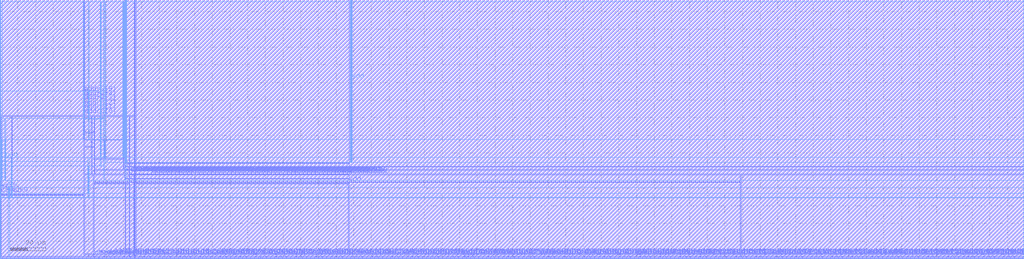
<source format=lef>
VERSION 5.4 ;
NAMESCASESENSITIVE ON ;
BUSBITCHARS "[]" ;
DIVIDERCHAR "/" ;
UNITS
  DATABASE MICRONS 2000 ;
END UNITS
MACRO freepdk45_sram_1rw0r_64x176_22
   CLASS BLOCK ;
   SIZE 579.145 BY 146.8275 ;
   SYMMETRY X Y R90 ;
   PIN din0[0]
      DIRECTION INPUT ;
      PORT
         LAYER metal3 ;
         RECT  76.0 1.105 76.135 1.24 ;
      END
   END din0[0]
   PIN din0[1]
      DIRECTION INPUT ;
      PORT
         LAYER metal3 ;
         RECT  78.86 1.105 78.995 1.24 ;
      END
   END din0[1]
   PIN din0[2]
      DIRECTION INPUT ;
      PORT
         LAYER metal3 ;
         RECT  81.72 1.105 81.855 1.24 ;
      END
   END din0[2]
   PIN din0[3]
      DIRECTION INPUT ;
      PORT
         LAYER metal3 ;
         RECT  84.58 1.105 84.715 1.24 ;
      END
   END din0[3]
   PIN din0[4]
      DIRECTION INPUT ;
      PORT
         LAYER metal3 ;
         RECT  87.44 1.105 87.575 1.24 ;
      END
   END din0[4]
   PIN din0[5]
      DIRECTION INPUT ;
      PORT
         LAYER metal3 ;
         RECT  90.3 1.105 90.435 1.24 ;
      END
   END din0[5]
   PIN din0[6]
      DIRECTION INPUT ;
      PORT
         LAYER metal3 ;
         RECT  93.16 1.105 93.295 1.24 ;
      END
   END din0[6]
   PIN din0[7]
      DIRECTION INPUT ;
      PORT
         LAYER metal3 ;
         RECT  96.02 1.105 96.155 1.24 ;
      END
   END din0[7]
   PIN din0[8]
      DIRECTION INPUT ;
      PORT
         LAYER metal3 ;
         RECT  98.88 1.105 99.015 1.24 ;
      END
   END din0[8]
   PIN din0[9]
      DIRECTION INPUT ;
      PORT
         LAYER metal3 ;
         RECT  101.74 1.105 101.875 1.24 ;
      END
   END din0[9]
   PIN din0[10]
      DIRECTION INPUT ;
      PORT
         LAYER metal3 ;
         RECT  104.6 1.105 104.735 1.24 ;
      END
   END din0[10]
   PIN din0[11]
      DIRECTION INPUT ;
      PORT
         LAYER metal3 ;
         RECT  107.46 1.105 107.595 1.24 ;
      END
   END din0[11]
   PIN din0[12]
      DIRECTION INPUT ;
      PORT
         LAYER metal3 ;
         RECT  110.32 1.105 110.455 1.24 ;
      END
   END din0[12]
   PIN din0[13]
      DIRECTION INPUT ;
      PORT
         LAYER metal3 ;
         RECT  113.18 1.105 113.315 1.24 ;
      END
   END din0[13]
   PIN din0[14]
      DIRECTION INPUT ;
      PORT
         LAYER metal3 ;
         RECT  116.04 1.105 116.175 1.24 ;
      END
   END din0[14]
   PIN din0[15]
      DIRECTION INPUT ;
      PORT
         LAYER metal3 ;
         RECT  118.9 1.105 119.035 1.24 ;
      END
   END din0[15]
   PIN din0[16]
      DIRECTION INPUT ;
      PORT
         LAYER metal3 ;
         RECT  121.76 1.105 121.895 1.24 ;
      END
   END din0[16]
   PIN din0[17]
      DIRECTION INPUT ;
      PORT
         LAYER metal3 ;
         RECT  124.62 1.105 124.755 1.24 ;
      END
   END din0[17]
   PIN din0[18]
      DIRECTION INPUT ;
      PORT
         LAYER metal3 ;
         RECT  127.48 1.105 127.615 1.24 ;
      END
   END din0[18]
   PIN din0[19]
      DIRECTION INPUT ;
      PORT
         LAYER metal3 ;
         RECT  130.34 1.105 130.475 1.24 ;
      END
   END din0[19]
   PIN din0[20]
      DIRECTION INPUT ;
      PORT
         LAYER metal3 ;
         RECT  133.2 1.105 133.335 1.24 ;
      END
   END din0[20]
   PIN din0[21]
      DIRECTION INPUT ;
      PORT
         LAYER metal3 ;
         RECT  136.06 1.105 136.195 1.24 ;
      END
   END din0[21]
   PIN din0[22]
      DIRECTION INPUT ;
      PORT
         LAYER metal3 ;
         RECT  138.92 1.105 139.055 1.24 ;
      END
   END din0[22]
   PIN din0[23]
      DIRECTION INPUT ;
      PORT
         LAYER metal3 ;
         RECT  141.78 1.105 141.915 1.24 ;
      END
   END din0[23]
   PIN din0[24]
      DIRECTION INPUT ;
      PORT
         LAYER metal3 ;
         RECT  144.64 1.105 144.775 1.24 ;
      END
   END din0[24]
   PIN din0[25]
      DIRECTION INPUT ;
      PORT
         LAYER metal3 ;
         RECT  147.5 1.105 147.635 1.24 ;
      END
   END din0[25]
   PIN din0[26]
      DIRECTION INPUT ;
      PORT
         LAYER metal3 ;
         RECT  150.36 1.105 150.495 1.24 ;
      END
   END din0[26]
   PIN din0[27]
      DIRECTION INPUT ;
      PORT
         LAYER metal3 ;
         RECT  153.22 1.105 153.355 1.24 ;
      END
   END din0[27]
   PIN din0[28]
      DIRECTION INPUT ;
      PORT
         LAYER metal3 ;
         RECT  156.08 1.105 156.215 1.24 ;
      END
   END din0[28]
   PIN din0[29]
      DIRECTION INPUT ;
      PORT
         LAYER metal3 ;
         RECT  158.94 1.105 159.075 1.24 ;
      END
   END din0[29]
   PIN din0[30]
      DIRECTION INPUT ;
      PORT
         LAYER metal3 ;
         RECT  161.8 1.105 161.935 1.24 ;
      END
   END din0[30]
   PIN din0[31]
      DIRECTION INPUT ;
      PORT
         LAYER metal3 ;
         RECT  164.66 1.105 164.795 1.24 ;
      END
   END din0[31]
   PIN din0[32]
      DIRECTION INPUT ;
      PORT
         LAYER metal3 ;
         RECT  167.52 1.105 167.655 1.24 ;
      END
   END din0[32]
   PIN din0[33]
      DIRECTION INPUT ;
      PORT
         LAYER metal3 ;
         RECT  170.38 1.105 170.515 1.24 ;
      END
   END din0[33]
   PIN din0[34]
      DIRECTION INPUT ;
      PORT
         LAYER metal3 ;
         RECT  173.24 1.105 173.375 1.24 ;
      END
   END din0[34]
   PIN din0[35]
      DIRECTION INPUT ;
      PORT
         LAYER metal3 ;
         RECT  176.1 1.105 176.235 1.24 ;
      END
   END din0[35]
   PIN din0[36]
      DIRECTION INPUT ;
      PORT
         LAYER metal3 ;
         RECT  178.96 1.105 179.095 1.24 ;
      END
   END din0[36]
   PIN din0[37]
      DIRECTION INPUT ;
      PORT
         LAYER metal3 ;
         RECT  181.82 1.105 181.955 1.24 ;
      END
   END din0[37]
   PIN din0[38]
      DIRECTION INPUT ;
      PORT
         LAYER metal3 ;
         RECT  184.68 1.105 184.815 1.24 ;
      END
   END din0[38]
   PIN din0[39]
      DIRECTION INPUT ;
      PORT
         LAYER metal3 ;
         RECT  187.54 1.105 187.675 1.24 ;
      END
   END din0[39]
   PIN din0[40]
      DIRECTION INPUT ;
      PORT
         LAYER metal3 ;
         RECT  190.4 1.105 190.535 1.24 ;
      END
   END din0[40]
   PIN din0[41]
      DIRECTION INPUT ;
      PORT
         LAYER metal3 ;
         RECT  193.26 1.105 193.395 1.24 ;
      END
   END din0[41]
   PIN din0[42]
      DIRECTION INPUT ;
      PORT
         LAYER metal3 ;
         RECT  196.12 1.105 196.255 1.24 ;
      END
   END din0[42]
   PIN din0[43]
      DIRECTION INPUT ;
      PORT
         LAYER metal3 ;
         RECT  198.98 1.105 199.115 1.24 ;
      END
   END din0[43]
   PIN din0[44]
      DIRECTION INPUT ;
      PORT
         LAYER metal3 ;
         RECT  201.84 1.105 201.975 1.24 ;
      END
   END din0[44]
   PIN din0[45]
      DIRECTION INPUT ;
      PORT
         LAYER metal3 ;
         RECT  204.7 1.105 204.835 1.24 ;
      END
   END din0[45]
   PIN din0[46]
      DIRECTION INPUT ;
      PORT
         LAYER metal3 ;
         RECT  207.56 1.105 207.695 1.24 ;
      END
   END din0[46]
   PIN din0[47]
      DIRECTION INPUT ;
      PORT
         LAYER metal3 ;
         RECT  210.42 1.105 210.555 1.24 ;
      END
   END din0[47]
   PIN din0[48]
      DIRECTION INPUT ;
      PORT
         LAYER metal3 ;
         RECT  213.28 1.105 213.415 1.24 ;
      END
   END din0[48]
   PIN din0[49]
      DIRECTION INPUT ;
      PORT
         LAYER metal3 ;
         RECT  216.14 1.105 216.275 1.24 ;
      END
   END din0[49]
   PIN din0[50]
      DIRECTION INPUT ;
      PORT
         LAYER metal3 ;
         RECT  219.0 1.105 219.135 1.24 ;
      END
   END din0[50]
   PIN din0[51]
      DIRECTION INPUT ;
      PORT
         LAYER metal3 ;
         RECT  221.86 1.105 221.995 1.24 ;
      END
   END din0[51]
   PIN din0[52]
      DIRECTION INPUT ;
      PORT
         LAYER metal3 ;
         RECT  224.72 1.105 224.855 1.24 ;
      END
   END din0[52]
   PIN din0[53]
      DIRECTION INPUT ;
      PORT
         LAYER metal3 ;
         RECT  227.58 1.105 227.715 1.24 ;
      END
   END din0[53]
   PIN din0[54]
      DIRECTION INPUT ;
      PORT
         LAYER metal3 ;
         RECT  230.44 1.105 230.575 1.24 ;
      END
   END din0[54]
   PIN din0[55]
      DIRECTION INPUT ;
      PORT
         LAYER metal3 ;
         RECT  233.3 1.105 233.435 1.24 ;
      END
   END din0[55]
   PIN din0[56]
      DIRECTION INPUT ;
      PORT
         LAYER metal3 ;
         RECT  236.16 1.105 236.295 1.24 ;
      END
   END din0[56]
   PIN din0[57]
      DIRECTION INPUT ;
      PORT
         LAYER metal3 ;
         RECT  239.02 1.105 239.155 1.24 ;
      END
   END din0[57]
   PIN din0[58]
      DIRECTION INPUT ;
      PORT
         LAYER metal3 ;
         RECT  241.88 1.105 242.015 1.24 ;
      END
   END din0[58]
   PIN din0[59]
      DIRECTION INPUT ;
      PORT
         LAYER metal3 ;
         RECT  244.74 1.105 244.875 1.24 ;
      END
   END din0[59]
   PIN din0[60]
      DIRECTION INPUT ;
      PORT
         LAYER metal3 ;
         RECT  247.6 1.105 247.735 1.24 ;
      END
   END din0[60]
   PIN din0[61]
      DIRECTION INPUT ;
      PORT
         LAYER metal3 ;
         RECT  250.46 1.105 250.595 1.24 ;
      END
   END din0[61]
   PIN din0[62]
      DIRECTION INPUT ;
      PORT
         LAYER metal3 ;
         RECT  253.32 1.105 253.455 1.24 ;
      END
   END din0[62]
   PIN din0[63]
      DIRECTION INPUT ;
      PORT
         LAYER metal3 ;
         RECT  256.18 1.105 256.315 1.24 ;
      END
   END din0[63]
   PIN din0[64]
      DIRECTION INPUT ;
      PORT
         LAYER metal3 ;
         RECT  259.04 1.105 259.175 1.24 ;
      END
   END din0[64]
   PIN din0[65]
      DIRECTION INPUT ;
      PORT
         LAYER metal3 ;
         RECT  261.9 1.105 262.035 1.24 ;
      END
   END din0[65]
   PIN din0[66]
      DIRECTION INPUT ;
      PORT
         LAYER metal3 ;
         RECT  264.76 1.105 264.895 1.24 ;
      END
   END din0[66]
   PIN din0[67]
      DIRECTION INPUT ;
      PORT
         LAYER metal3 ;
         RECT  267.62 1.105 267.755 1.24 ;
      END
   END din0[67]
   PIN din0[68]
      DIRECTION INPUT ;
      PORT
         LAYER metal3 ;
         RECT  270.48 1.105 270.615 1.24 ;
      END
   END din0[68]
   PIN din0[69]
      DIRECTION INPUT ;
      PORT
         LAYER metal3 ;
         RECT  273.34 1.105 273.475 1.24 ;
      END
   END din0[69]
   PIN din0[70]
      DIRECTION INPUT ;
      PORT
         LAYER metal3 ;
         RECT  276.2 1.105 276.335 1.24 ;
      END
   END din0[70]
   PIN din0[71]
      DIRECTION INPUT ;
      PORT
         LAYER metal3 ;
         RECT  279.06 1.105 279.195 1.24 ;
      END
   END din0[71]
   PIN din0[72]
      DIRECTION INPUT ;
      PORT
         LAYER metal3 ;
         RECT  281.92 1.105 282.055 1.24 ;
      END
   END din0[72]
   PIN din0[73]
      DIRECTION INPUT ;
      PORT
         LAYER metal3 ;
         RECT  284.78 1.105 284.915 1.24 ;
      END
   END din0[73]
   PIN din0[74]
      DIRECTION INPUT ;
      PORT
         LAYER metal3 ;
         RECT  287.64 1.105 287.775 1.24 ;
      END
   END din0[74]
   PIN din0[75]
      DIRECTION INPUT ;
      PORT
         LAYER metal3 ;
         RECT  290.5 1.105 290.635 1.24 ;
      END
   END din0[75]
   PIN din0[76]
      DIRECTION INPUT ;
      PORT
         LAYER metal3 ;
         RECT  293.36 1.105 293.495 1.24 ;
      END
   END din0[76]
   PIN din0[77]
      DIRECTION INPUT ;
      PORT
         LAYER metal3 ;
         RECT  296.22 1.105 296.355 1.24 ;
      END
   END din0[77]
   PIN din0[78]
      DIRECTION INPUT ;
      PORT
         LAYER metal3 ;
         RECT  299.08 1.105 299.215 1.24 ;
      END
   END din0[78]
   PIN din0[79]
      DIRECTION INPUT ;
      PORT
         LAYER metal3 ;
         RECT  301.94 1.105 302.075 1.24 ;
      END
   END din0[79]
   PIN din0[80]
      DIRECTION INPUT ;
      PORT
         LAYER metal3 ;
         RECT  304.8 1.105 304.935 1.24 ;
      END
   END din0[80]
   PIN din0[81]
      DIRECTION INPUT ;
      PORT
         LAYER metal3 ;
         RECT  307.66 1.105 307.795 1.24 ;
      END
   END din0[81]
   PIN din0[82]
      DIRECTION INPUT ;
      PORT
         LAYER metal3 ;
         RECT  310.52 1.105 310.655 1.24 ;
      END
   END din0[82]
   PIN din0[83]
      DIRECTION INPUT ;
      PORT
         LAYER metal3 ;
         RECT  313.38 1.105 313.515 1.24 ;
      END
   END din0[83]
   PIN din0[84]
      DIRECTION INPUT ;
      PORT
         LAYER metal3 ;
         RECT  316.24 1.105 316.375 1.24 ;
      END
   END din0[84]
   PIN din0[85]
      DIRECTION INPUT ;
      PORT
         LAYER metal3 ;
         RECT  319.1 1.105 319.235 1.24 ;
      END
   END din0[85]
   PIN din0[86]
      DIRECTION INPUT ;
      PORT
         LAYER metal3 ;
         RECT  321.96 1.105 322.095 1.24 ;
      END
   END din0[86]
   PIN din0[87]
      DIRECTION INPUT ;
      PORT
         LAYER metal3 ;
         RECT  324.82 1.105 324.955 1.24 ;
      END
   END din0[87]
   PIN din0[88]
      DIRECTION INPUT ;
      PORT
         LAYER metal3 ;
         RECT  327.68 1.105 327.815 1.24 ;
      END
   END din0[88]
   PIN din0[89]
      DIRECTION INPUT ;
      PORT
         LAYER metal3 ;
         RECT  330.54 1.105 330.675 1.24 ;
      END
   END din0[89]
   PIN din0[90]
      DIRECTION INPUT ;
      PORT
         LAYER metal3 ;
         RECT  333.4 1.105 333.535 1.24 ;
      END
   END din0[90]
   PIN din0[91]
      DIRECTION INPUT ;
      PORT
         LAYER metal3 ;
         RECT  336.26 1.105 336.395 1.24 ;
      END
   END din0[91]
   PIN din0[92]
      DIRECTION INPUT ;
      PORT
         LAYER metal3 ;
         RECT  339.12 1.105 339.255 1.24 ;
      END
   END din0[92]
   PIN din0[93]
      DIRECTION INPUT ;
      PORT
         LAYER metal3 ;
         RECT  341.98 1.105 342.115 1.24 ;
      END
   END din0[93]
   PIN din0[94]
      DIRECTION INPUT ;
      PORT
         LAYER metal3 ;
         RECT  344.84 1.105 344.975 1.24 ;
      END
   END din0[94]
   PIN din0[95]
      DIRECTION INPUT ;
      PORT
         LAYER metal3 ;
         RECT  347.7 1.105 347.835 1.24 ;
      END
   END din0[95]
   PIN din0[96]
      DIRECTION INPUT ;
      PORT
         LAYER metal3 ;
         RECT  350.56 1.105 350.695 1.24 ;
      END
   END din0[96]
   PIN din0[97]
      DIRECTION INPUT ;
      PORT
         LAYER metal3 ;
         RECT  353.42 1.105 353.555 1.24 ;
      END
   END din0[97]
   PIN din0[98]
      DIRECTION INPUT ;
      PORT
         LAYER metal3 ;
         RECT  356.28 1.105 356.415 1.24 ;
      END
   END din0[98]
   PIN din0[99]
      DIRECTION INPUT ;
      PORT
         LAYER metal3 ;
         RECT  359.14 1.105 359.275 1.24 ;
      END
   END din0[99]
   PIN din0[100]
      DIRECTION INPUT ;
      PORT
         LAYER metal3 ;
         RECT  362.0 1.105 362.135 1.24 ;
      END
   END din0[100]
   PIN din0[101]
      DIRECTION INPUT ;
      PORT
         LAYER metal3 ;
         RECT  364.86 1.105 364.995 1.24 ;
      END
   END din0[101]
   PIN din0[102]
      DIRECTION INPUT ;
      PORT
         LAYER metal3 ;
         RECT  367.72 1.105 367.855 1.24 ;
      END
   END din0[102]
   PIN din0[103]
      DIRECTION INPUT ;
      PORT
         LAYER metal3 ;
         RECT  370.58 1.105 370.715 1.24 ;
      END
   END din0[103]
   PIN din0[104]
      DIRECTION INPUT ;
      PORT
         LAYER metal3 ;
         RECT  373.44 1.105 373.575 1.24 ;
      END
   END din0[104]
   PIN din0[105]
      DIRECTION INPUT ;
      PORT
         LAYER metal3 ;
         RECT  376.3 1.105 376.435 1.24 ;
      END
   END din0[105]
   PIN din0[106]
      DIRECTION INPUT ;
      PORT
         LAYER metal3 ;
         RECT  379.16 1.105 379.295 1.24 ;
      END
   END din0[106]
   PIN din0[107]
      DIRECTION INPUT ;
      PORT
         LAYER metal3 ;
         RECT  382.02 1.105 382.155 1.24 ;
      END
   END din0[107]
   PIN din0[108]
      DIRECTION INPUT ;
      PORT
         LAYER metal3 ;
         RECT  384.88 1.105 385.015 1.24 ;
      END
   END din0[108]
   PIN din0[109]
      DIRECTION INPUT ;
      PORT
         LAYER metal3 ;
         RECT  387.74 1.105 387.875 1.24 ;
      END
   END din0[109]
   PIN din0[110]
      DIRECTION INPUT ;
      PORT
         LAYER metal3 ;
         RECT  390.6 1.105 390.735 1.24 ;
      END
   END din0[110]
   PIN din0[111]
      DIRECTION INPUT ;
      PORT
         LAYER metal3 ;
         RECT  393.46 1.105 393.595 1.24 ;
      END
   END din0[111]
   PIN din0[112]
      DIRECTION INPUT ;
      PORT
         LAYER metal3 ;
         RECT  396.32 1.105 396.455 1.24 ;
      END
   END din0[112]
   PIN din0[113]
      DIRECTION INPUT ;
      PORT
         LAYER metal3 ;
         RECT  399.18 1.105 399.315 1.24 ;
      END
   END din0[113]
   PIN din0[114]
      DIRECTION INPUT ;
      PORT
         LAYER metal3 ;
         RECT  402.04 1.105 402.175 1.24 ;
      END
   END din0[114]
   PIN din0[115]
      DIRECTION INPUT ;
      PORT
         LAYER metal3 ;
         RECT  404.9 1.105 405.035 1.24 ;
      END
   END din0[115]
   PIN din0[116]
      DIRECTION INPUT ;
      PORT
         LAYER metal3 ;
         RECT  407.76 1.105 407.895 1.24 ;
      END
   END din0[116]
   PIN din0[117]
      DIRECTION INPUT ;
      PORT
         LAYER metal3 ;
         RECT  410.62 1.105 410.755 1.24 ;
      END
   END din0[117]
   PIN din0[118]
      DIRECTION INPUT ;
      PORT
         LAYER metal3 ;
         RECT  413.48 1.105 413.615 1.24 ;
      END
   END din0[118]
   PIN din0[119]
      DIRECTION INPUT ;
      PORT
         LAYER metal3 ;
         RECT  416.34 1.105 416.475 1.24 ;
      END
   END din0[119]
   PIN din0[120]
      DIRECTION INPUT ;
      PORT
         LAYER metal3 ;
         RECT  419.2 1.105 419.335 1.24 ;
      END
   END din0[120]
   PIN din0[121]
      DIRECTION INPUT ;
      PORT
         LAYER metal3 ;
         RECT  422.06 1.105 422.195 1.24 ;
      END
   END din0[121]
   PIN din0[122]
      DIRECTION INPUT ;
      PORT
         LAYER metal3 ;
         RECT  424.92 1.105 425.055 1.24 ;
      END
   END din0[122]
   PIN din0[123]
      DIRECTION INPUT ;
      PORT
         LAYER metal3 ;
         RECT  427.78 1.105 427.915 1.24 ;
      END
   END din0[123]
   PIN din0[124]
      DIRECTION INPUT ;
      PORT
         LAYER metal3 ;
         RECT  430.64 1.105 430.775 1.24 ;
      END
   END din0[124]
   PIN din0[125]
      DIRECTION INPUT ;
      PORT
         LAYER metal3 ;
         RECT  433.5 1.105 433.635 1.24 ;
      END
   END din0[125]
   PIN din0[126]
      DIRECTION INPUT ;
      PORT
         LAYER metal3 ;
         RECT  436.36 1.105 436.495 1.24 ;
      END
   END din0[126]
   PIN din0[127]
      DIRECTION INPUT ;
      PORT
         LAYER metal3 ;
         RECT  439.22 1.105 439.355 1.24 ;
      END
   END din0[127]
   PIN din0[128]
      DIRECTION INPUT ;
      PORT
         LAYER metal3 ;
         RECT  442.08 1.105 442.215 1.24 ;
      END
   END din0[128]
   PIN din0[129]
      DIRECTION INPUT ;
      PORT
         LAYER metal3 ;
         RECT  444.94 1.105 445.075 1.24 ;
      END
   END din0[129]
   PIN din0[130]
      DIRECTION INPUT ;
      PORT
         LAYER metal3 ;
         RECT  447.8 1.105 447.935 1.24 ;
      END
   END din0[130]
   PIN din0[131]
      DIRECTION INPUT ;
      PORT
         LAYER metal3 ;
         RECT  450.66 1.105 450.795 1.24 ;
      END
   END din0[131]
   PIN din0[132]
      DIRECTION INPUT ;
      PORT
         LAYER metal3 ;
         RECT  453.52 1.105 453.655 1.24 ;
      END
   END din0[132]
   PIN din0[133]
      DIRECTION INPUT ;
      PORT
         LAYER metal3 ;
         RECT  456.38 1.105 456.515 1.24 ;
      END
   END din0[133]
   PIN din0[134]
      DIRECTION INPUT ;
      PORT
         LAYER metal3 ;
         RECT  459.24 1.105 459.375 1.24 ;
      END
   END din0[134]
   PIN din0[135]
      DIRECTION INPUT ;
      PORT
         LAYER metal3 ;
         RECT  462.1 1.105 462.235 1.24 ;
      END
   END din0[135]
   PIN din0[136]
      DIRECTION INPUT ;
      PORT
         LAYER metal3 ;
         RECT  464.96 1.105 465.095 1.24 ;
      END
   END din0[136]
   PIN din0[137]
      DIRECTION INPUT ;
      PORT
         LAYER metal3 ;
         RECT  467.82 1.105 467.955 1.24 ;
      END
   END din0[137]
   PIN din0[138]
      DIRECTION INPUT ;
      PORT
         LAYER metal3 ;
         RECT  470.68 1.105 470.815 1.24 ;
      END
   END din0[138]
   PIN din0[139]
      DIRECTION INPUT ;
      PORT
         LAYER metal3 ;
         RECT  473.54 1.105 473.675 1.24 ;
      END
   END din0[139]
   PIN din0[140]
      DIRECTION INPUT ;
      PORT
         LAYER metal3 ;
         RECT  476.4 1.105 476.535 1.24 ;
      END
   END din0[140]
   PIN din0[141]
      DIRECTION INPUT ;
      PORT
         LAYER metal3 ;
         RECT  479.26 1.105 479.395 1.24 ;
      END
   END din0[141]
   PIN din0[142]
      DIRECTION INPUT ;
      PORT
         LAYER metal3 ;
         RECT  482.12 1.105 482.255 1.24 ;
      END
   END din0[142]
   PIN din0[143]
      DIRECTION INPUT ;
      PORT
         LAYER metal3 ;
         RECT  484.98 1.105 485.115 1.24 ;
      END
   END din0[143]
   PIN din0[144]
      DIRECTION INPUT ;
      PORT
         LAYER metal3 ;
         RECT  487.84 1.105 487.975 1.24 ;
      END
   END din0[144]
   PIN din0[145]
      DIRECTION INPUT ;
      PORT
         LAYER metal3 ;
         RECT  490.7 1.105 490.835 1.24 ;
      END
   END din0[145]
   PIN din0[146]
      DIRECTION INPUT ;
      PORT
         LAYER metal3 ;
         RECT  493.56 1.105 493.695 1.24 ;
      END
   END din0[146]
   PIN din0[147]
      DIRECTION INPUT ;
      PORT
         LAYER metal3 ;
         RECT  496.42 1.105 496.555 1.24 ;
      END
   END din0[147]
   PIN din0[148]
      DIRECTION INPUT ;
      PORT
         LAYER metal3 ;
         RECT  499.28 1.105 499.415 1.24 ;
      END
   END din0[148]
   PIN din0[149]
      DIRECTION INPUT ;
      PORT
         LAYER metal3 ;
         RECT  502.14 1.105 502.275 1.24 ;
      END
   END din0[149]
   PIN din0[150]
      DIRECTION INPUT ;
      PORT
         LAYER metal3 ;
         RECT  505.0 1.105 505.135 1.24 ;
      END
   END din0[150]
   PIN din0[151]
      DIRECTION INPUT ;
      PORT
         LAYER metal3 ;
         RECT  507.86 1.105 507.995 1.24 ;
      END
   END din0[151]
   PIN din0[152]
      DIRECTION INPUT ;
      PORT
         LAYER metal3 ;
         RECT  510.72 1.105 510.855 1.24 ;
      END
   END din0[152]
   PIN din0[153]
      DIRECTION INPUT ;
      PORT
         LAYER metal3 ;
         RECT  513.58 1.105 513.715 1.24 ;
      END
   END din0[153]
   PIN din0[154]
      DIRECTION INPUT ;
      PORT
         LAYER metal3 ;
         RECT  516.44 1.105 516.575 1.24 ;
      END
   END din0[154]
   PIN din0[155]
      DIRECTION INPUT ;
      PORT
         LAYER metal3 ;
         RECT  519.3 1.105 519.435 1.24 ;
      END
   END din0[155]
   PIN din0[156]
      DIRECTION INPUT ;
      PORT
         LAYER metal3 ;
         RECT  522.16 1.105 522.295 1.24 ;
      END
   END din0[156]
   PIN din0[157]
      DIRECTION INPUT ;
      PORT
         LAYER metal3 ;
         RECT  525.02 1.105 525.155 1.24 ;
      END
   END din0[157]
   PIN din0[158]
      DIRECTION INPUT ;
      PORT
         LAYER metal3 ;
         RECT  527.88 1.105 528.015 1.24 ;
      END
   END din0[158]
   PIN din0[159]
      DIRECTION INPUT ;
      PORT
         LAYER metal3 ;
         RECT  530.74 1.105 530.875 1.24 ;
      END
   END din0[159]
   PIN din0[160]
      DIRECTION INPUT ;
      PORT
         LAYER metal3 ;
         RECT  533.6 1.105 533.735 1.24 ;
      END
   END din0[160]
   PIN din0[161]
      DIRECTION INPUT ;
      PORT
         LAYER metal3 ;
         RECT  536.46 1.105 536.595 1.24 ;
      END
   END din0[161]
   PIN din0[162]
      DIRECTION INPUT ;
      PORT
         LAYER metal3 ;
         RECT  539.32 1.105 539.455 1.24 ;
      END
   END din0[162]
   PIN din0[163]
      DIRECTION INPUT ;
      PORT
         LAYER metal3 ;
         RECT  542.18 1.105 542.315 1.24 ;
      END
   END din0[163]
   PIN din0[164]
      DIRECTION INPUT ;
      PORT
         LAYER metal3 ;
         RECT  545.04 1.105 545.175 1.24 ;
      END
   END din0[164]
   PIN din0[165]
      DIRECTION INPUT ;
      PORT
         LAYER metal3 ;
         RECT  547.9 1.105 548.035 1.24 ;
      END
   END din0[165]
   PIN din0[166]
      DIRECTION INPUT ;
      PORT
         LAYER metal3 ;
         RECT  550.76 1.105 550.895 1.24 ;
      END
   END din0[166]
   PIN din0[167]
      DIRECTION INPUT ;
      PORT
         LAYER metal3 ;
         RECT  553.62 1.105 553.755 1.24 ;
      END
   END din0[167]
   PIN din0[168]
      DIRECTION INPUT ;
      PORT
         LAYER metal3 ;
         RECT  556.48 1.105 556.615 1.24 ;
      END
   END din0[168]
   PIN din0[169]
      DIRECTION INPUT ;
      PORT
         LAYER metal3 ;
         RECT  559.34 1.105 559.475 1.24 ;
      END
   END din0[169]
   PIN din0[170]
      DIRECTION INPUT ;
      PORT
         LAYER metal3 ;
         RECT  562.2 1.105 562.335 1.24 ;
      END
   END din0[170]
   PIN din0[171]
      DIRECTION INPUT ;
      PORT
         LAYER metal3 ;
         RECT  565.06 1.105 565.195 1.24 ;
      END
   END din0[171]
   PIN din0[172]
      DIRECTION INPUT ;
      PORT
         LAYER metal3 ;
         RECT  567.92 1.105 568.055 1.24 ;
      END
   END din0[172]
   PIN din0[173]
      DIRECTION INPUT ;
      PORT
         LAYER metal3 ;
         RECT  570.78 1.105 570.915 1.24 ;
      END
   END din0[173]
   PIN din0[174]
      DIRECTION INPUT ;
      PORT
         LAYER metal3 ;
         RECT  573.64 1.105 573.775 1.24 ;
      END
   END din0[174]
   PIN din0[175]
      DIRECTION INPUT ;
      PORT
         LAYER metal3 ;
         RECT  576.5 1.105 576.635 1.24 ;
      END
   END din0[175]
   PIN addr0[0]
      DIRECTION INPUT ;
      PORT
         LAYER metal3 ;
         RECT  47.4 80.7825 47.535 80.9175 ;
      END
   END addr0[0]
   PIN addr0[1]
      DIRECTION INPUT ;
      PORT
         LAYER metal3 ;
         RECT  47.4 83.5125 47.535 83.6475 ;
      END
   END addr0[1]
   PIN addr0[2]
      DIRECTION INPUT ;
      PORT
         LAYER metal3 ;
         RECT  47.4 85.7225 47.535 85.8575 ;
      END
   END addr0[2]
   PIN addr0[3]
      DIRECTION INPUT ;
      PORT
         LAYER metal3 ;
         RECT  47.4 88.4525 47.535 88.5875 ;
      END
   END addr0[3]
   PIN addr0[4]
      DIRECTION INPUT ;
      PORT
         LAYER metal3 ;
         RECT  47.4 90.6625 47.535 90.7975 ;
      END
   END addr0[4]
   PIN addr0[5]
      DIRECTION INPUT ;
      PORT
         LAYER metal3 ;
         RECT  47.4 93.3925 47.535 93.5275 ;
      END
   END addr0[5]
   PIN csb0
      DIRECTION INPUT ;
      PORT
         LAYER metal3 ;
         RECT  0.285 36.0625 0.42 36.1975 ;
      END
   END csb0
   PIN web0
      DIRECTION INPUT ;
      PORT
         LAYER metal3 ;
         RECT  0.285 38.7925 0.42 38.9275 ;
      END
   END web0
   PIN clk0
      DIRECTION INPUT ;
      PORT
         LAYER metal3 ;
         RECT  6.5275 36.1475 6.6625 36.2825 ;
      END
   END clk0
   PIN wmask0[0]
      DIRECTION INPUT ;
      PORT
         LAYER metal3 ;
         RECT  53.12 1.105 53.255 1.24 ;
      END
   END wmask0[0]
   PIN wmask0[1]
      DIRECTION INPUT ;
      PORT
         LAYER metal3 ;
         RECT  55.98 1.105 56.115 1.24 ;
      END
   END wmask0[1]
   PIN wmask0[2]
      DIRECTION INPUT ;
      PORT
         LAYER metal3 ;
         RECT  58.84 1.105 58.975 1.24 ;
      END
   END wmask0[2]
   PIN wmask0[3]
      DIRECTION INPUT ;
      PORT
         LAYER metal3 ;
         RECT  61.7 1.105 61.835 1.24 ;
      END
   END wmask0[3]
   PIN wmask0[4]
      DIRECTION INPUT ;
      PORT
         LAYER metal3 ;
         RECT  64.56 1.105 64.695 1.24 ;
      END
   END wmask0[4]
   PIN wmask0[5]
      DIRECTION INPUT ;
      PORT
         LAYER metal3 ;
         RECT  67.42 1.105 67.555 1.24 ;
      END
   END wmask0[5]
   PIN wmask0[6]
      DIRECTION INPUT ;
      PORT
         LAYER metal3 ;
         RECT  70.28 1.105 70.415 1.24 ;
      END
   END wmask0[6]
   PIN wmask0[7]
      DIRECTION INPUT ;
      PORT
         LAYER metal3 ;
         RECT  73.14 1.105 73.275 1.24 ;
      END
   END wmask0[7]
   PIN dout0[0]
      DIRECTION OUTPUT ;
      PORT
         LAYER metal3 ;
         RECT  73.1125 47.7125 73.2475 47.8475 ;
      END
   END dout0[0]
   PIN dout0[1]
      DIRECTION OUTPUT ;
      PORT
         LAYER metal3 ;
         RECT  73.8175 47.7125 73.9525 47.8475 ;
      END
   END dout0[1]
   PIN dout0[2]
      DIRECTION OUTPUT ;
      PORT
         LAYER metal3 ;
         RECT  74.5225 47.7125 74.6575 47.8475 ;
      END
   END dout0[2]
   PIN dout0[3]
      DIRECTION OUTPUT ;
      PORT
         LAYER metal3 ;
         RECT  75.2275 47.7125 75.3625 47.8475 ;
      END
   END dout0[3]
   PIN dout0[4]
      DIRECTION OUTPUT ;
      PORT
         LAYER metal3 ;
         RECT  75.9325 47.7125 76.0675 47.8475 ;
      END
   END dout0[4]
   PIN dout0[5]
      DIRECTION OUTPUT ;
      PORT
         LAYER metal3 ;
         RECT  76.6375 47.7125 76.7725 47.8475 ;
      END
   END dout0[5]
   PIN dout0[6]
      DIRECTION OUTPUT ;
      PORT
         LAYER metal3 ;
         RECT  77.3425 47.7125 77.4775 47.8475 ;
      END
   END dout0[6]
   PIN dout0[7]
      DIRECTION OUTPUT ;
      PORT
         LAYER metal3 ;
         RECT  78.0475 47.7125 78.1825 47.8475 ;
      END
   END dout0[7]
   PIN dout0[8]
      DIRECTION OUTPUT ;
      PORT
         LAYER metal3 ;
         RECT  78.7525 47.7125 78.8875 47.8475 ;
      END
   END dout0[8]
   PIN dout0[9]
      DIRECTION OUTPUT ;
      PORT
         LAYER metal3 ;
         RECT  79.4575 47.7125 79.5925 47.8475 ;
      END
   END dout0[9]
   PIN dout0[10]
      DIRECTION OUTPUT ;
      PORT
         LAYER metal3 ;
         RECT  80.1625 47.7125 80.2975 47.8475 ;
      END
   END dout0[10]
   PIN dout0[11]
      DIRECTION OUTPUT ;
      PORT
         LAYER metal3 ;
         RECT  80.8675 47.7125 81.0025 47.8475 ;
      END
   END dout0[11]
   PIN dout0[12]
      DIRECTION OUTPUT ;
      PORT
         LAYER metal3 ;
         RECT  81.5725 47.7125 81.7075 47.8475 ;
      END
   END dout0[12]
   PIN dout0[13]
      DIRECTION OUTPUT ;
      PORT
         LAYER metal3 ;
         RECT  82.2775 47.7125 82.4125 47.8475 ;
      END
   END dout0[13]
   PIN dout0[14]
      DIRECTION OUTPUT ;
      PORT
         LAYER metal3 ;
         RECT  82.9825 47.7125 83.1175 47.8475 ;
      END
   END dout0[14]
   PIN dout0[15]
      DIRECTION OUTPUT ;
      PORT
         LAYER metal3 ;
         RECT  83.6875 47.7125 83.8225 47.8475 ;
      END
   END dout0[15]
   PIN dout0[16]
      DIRECTION OUTPUT ;
      PORT
         LAYER metal3 ;
         RECT  84.3925 47.7125 84.5275 47.8475 ;
      END
   END dout0[16]
   PIN dout0[17]
      DIRECTION OUTPUT ;
      PORT
         LAYER metal3 ;
         RECT  85.0975 47.7125 85.2325 47.8475 ;
      END
   END dout0[17]
   PIN dout0[18]
      DIRECTION OUTPUT ;
      PORT
         LAYER metal3 ;
         RECT  85.8025 47.7125 85.9375 47.8475 ;
      END
   END dout0[18]
   PIN dout0[19]
      DIRECTION OUTPUT ;
      PORT
         LAYER metal3 ;
         RECT  86.5075 47.7125 86.6425 47.8475 ;
      END
   END dout0[19]
   PIN dout0[20]
      DIRECTION OUTPUT ;
      PORT
         LAYER metal3 ;
         RECT  87.2125 47.7125 87.3475 47.8475 ;
      END
   END dout0[20]
   PIN dout0[21]
      DIRECTION OUTPUT ;
      PORT
         LAYER metal3 ;
         RECT  87.9175 47.7125 88.0525 47.8475 ;
      END
   END dout0[21]
   PIN dout0[22]
      DIRECTION OUTPUT ;
      PORT
         LAYER metal3 ;
         RECT  88.6225 47.7125 88.7575 47.8475 ;
      END
   END dout0[22]
   PIN dout0[23]
      DIRECTION OUTPUT ;
      PORT
         LAYER metal3 ;
         RECT  89.3275 47.7125 89.4625 47.8475 ;
      END
   END dout0[23]
   PIN dout0[24]
      DIRECTION OUTPUT ;
      PORT
         LAYER metal3 ;
         RECT  90.0325 47.7125 90.1675 47.8475 ;
      END
   END dout0[24]
   PIN dout0[25]
      DIRECTION OUTPUT ;
      PORT
         LAYER metal3 ;
         RECT  90.7375 47.7125 90.8725 47.8475 ;
      END
   END dout0[25]
   PIN dout0[26]
      DIRECTION OUTPUT ;
      PORT
         LAYER metal3 ;
         RECT  91.4425 47.7125 91.5775 47.8475 ;
      END
   END dout0[26]
   PIN dout0[27]
      DIRECTION OUTPUT ;
      PORT
         LAYER metal3 ;
         RECT  92.1475 47.7125 92.2825 47.8475 ;
      END
   END dout0[27]
   PIN dout0[28]
      DIRECTION OUTPUT ;
      PORT
         LAYER metal3 ;
         RECT  92.8525 47.7125 92.9875 47.8475 ;
      END
   END dout0[28]
   PIN dout0[29]
      DIRECTION OUTPUT ;
      PORT
         LAYER metal3 ;
         RECT  93.5575 47.7125 93.6925 47.8475 ;
      END
   END dout0[29]
   PIN dout0[30]
      DIRECTION OUTPUT ;
      PORT
         LAYER metal3 ;
         RECT  94.2625 47.7125 94.3975 47.8475 ;
      END
   END dout0[30]
   PIN dout0[31]
      DIRECTION OUTPUT ;
      PORT
         LAYER metal3 ;
         RECT  94.9675 47.7125 95.1025 47.8475 ;
      END
   END dout0[31]
   PIN dout0[32]
      DIRECTION OUTPUT ;
      PORT
         LAYER metal3 ;
         RECT  95.6725 47.7125 95.8075 47.8475 ;
      END
   END dout0[32]
   PIN dout0[33]
      DIRECTION OUTPUT ;
      PORT
         LAYER metal3 ;
         RECT  96.3775 47.7125 96.5125 47.8475 ;
      END
   END dout0[33]
   PIN dout0[34]
      DIRECTION OUTPUT ;
      PORT
         LAYER metal3 ;
         RECT  97.0825 47.7125 97.2175 47.8475 ;
      END
   END dout0[34]
   PIN dout0[35]
      DIRECTION OUTPUT ;
      PORT
         LAYER metal3 ;
         RECT  97.7875 47.7125 97.9225 47.8475 ;
      END
   END dout0[35]
   PIN dout0[36]
      DIRECTION OUTPUT ;
      PORT
         LAYER metal3 ;
         RECT  98.4925 47.7125 98.6275 47.8475 ;
      END
   END dout0[36]
   PIN dout0[37]
      DIRECTION OUTPUT ;
      PORT
         LAYER metal3 ;
         RECT  99.1975 47.7125 99.3325 47.8475 ;
      END
   END dout0[37]
   PIN dout0[38]
      DIRECTION OUTPUT ;
      PORT
         LAYER metal3 ;
         RECT  99.9025 47.7125 100.0375 47.8475 ;
      END
   END dout0[38]
   PIN dout0[39]
      DIRECTION OUTPUT ;
      PORT
         LAYER metal3 ;
         RECT  100.6075 47.7125 100.7425 47.8475 ;
      END
   END dout0[39]
   PIN dout0[40]
      DIRECTION OUTPUT ;
      PORT
         LAYER metal3 ;
         RECT  101.3125 47.7125 101.4475 47.8475 ;
      END
   END dout0[40]
   PIN dout0[41]
      DIRECTION OUTPUT ;
      PORT
         LAYER metal3 ;
         RECT  102.0175 47.7125 102.1525 47.8475 ;
      END
   END dout0[41]
   PIN dout0[42]
      DIRECTION OUTPUT ;
      PORT
         LAYER metal3 ;
         RECT  102.7225 47.7125 102.8575 47.8475 ;
      END
   END dout0[42]
   PIN dout0[43]
      DIRECTION OUTPUT ;
      PORT
         LAYER metal3 ;
         RECT  103.4275 47.7125 103.5625 47.8475 ;
      END
   END dout0[43]
   PIN dout0[44]
      DIRECTION OUTPUT ;
      PORT
         LAYER metal3 ;
         RECT  104.1325 47.7125 104.2675 47.8475 ;
      END
   END dout0[44]
   PIN dout0[45]
      DIRECTION OUTPUT ;
      PORT
         LAYER metal3 ;
         RECT  104.8375 47.7125 104.9725 47.8475 ;
      END
   END dout0[45]
   PIN dout0[46]
      DIRECTION OUTPUT ;
      PORT
         LAYER metal3 ;
         RECT  105.5425 47.7125 105.6775 47.8475 ;
      END
   END dout0[46]
   PIN dout0[47]
      DIRECTION OUTPUT ;
      PORT
         LAYER metal3 ;
         RECT  106.2475 47.7125 106.3825 47.8475 ;
      END
   END dout0[47]
   PIN dout0[48]
      DIRECTION OUTPUT ;
      PORT
         LAYER metal3 ;
         RECT  106.9525 47.7125 107.0875 47.8475 ;
      END
   END dout0[48]
   PIN dout0[49]
      DIRECTION OUTPUT ;
      PORT
         LAYER metal3 ;
         RECT  107.6575 47.7125 107.7925 47.8475 ;
      END
   END dout0[49]
   PIN dout0[50]
      DIRECTION OUTPUT ;
      PORT
         LAYER metal3 ;
         RECT  108.3625 47.7125 108.4975 47.8475 ;
      END
   END dout0[50]
   PIN dout0[51]
      DIRECTION OUTPUT ;
      PORT
         LAYER metal3 ;
         RECT  109.0675 47.7125 109.2025 47.8475 ;
      END
   END dout0[51]
   PIN dout0[52]
      DIRECTION OUTPUT ;
      PORT
         LAYER metal3 ;
         RECT  109.7725 47.7125 109.9075 47.8475 ;
      END
   END dout0[52]
   PIN dout0[53]
      DIRECTION OUTPUT ;
      PORT
         LAYER metal3 ;
         RECT  110.4775 47.7125 110.6125 47.8475 ;
      END
   END dout0[53]
   PIN dout0[54]
      DIRECTION OUTPUT ;
      PORT
         LAYER metal3 ;
         RECT  111.1825 47.7125 111.3175 47.8475 ;
      END
   END dout0[54]
   PIN dout0[55]
      DIRECTION OUTPUT ;
      PORT
         LAYER metal3 ;
         RECT  111.8875 47.7125 112.0225 47.8475 ;
      END
   END dout0[55]
   PIN dout0[56]
      DIRECTION OUTPUT ;
      PORT
         LAYER metal3 ;
         RECT  112.5925 47.7125 112.7275 47.8475 ;
      END
   END dout0[56]
   PIN dout0[57]
      DIRECTION OUTPUT ;
      PORT
         LAYER metal3 ;
         RECT  113.2975 47.7125 113.4325 47.8475 ;
      END
   END dout0[57]
   PIN dout0[58]
      DIRECTION OUTPUT ;
      PORT
         LAYER metal3 ;
         RECT  114.0025 47.7125 114.1375 47.8475 ;
      END
   END dout0[58]
   PIN dout0[59]
      DIRECTION OUTPUT ;
      PORT
         LAYER metal3 ;
         RECT  114.7075 47.7125 114.8425 47.8475 ;
      END
   END dout0[59]
   PIN dout0[60]
      DIRECTION OUTPUT ;
      PORT
         LAYER metal3 ;
         RECT  115.4125 47.7125 115.5475 47.8475 ;
      END
   END dout0[60]
   PIN dout0[61]
      DIRECTION OUTPUT ;
      PORT
         LAYER metal3 ;
         RECT  116.1175 47.7125 116.2525 47.8475 ;
      END
   END dout0[61]
   PIN dout0[62]
      DIRECTION OUTPUT ;
      PORT
         LAYER metal3 ;
         RECT  116.8225 47.7125 116.9575 47.8475 ;
      END
   END dout0[62]
   PIN dout0[63]
      DIRECTION OUTPUT ;
      PORT
         LAYER metal3 ;
         RECT  117.5275 47.7125 117.6625 47.8475 ;
      END
   END dout0[63]
   PIN dout0[64]
      DIRECTION OUTPUT ;
      PORT
         LAYER metal3 ;
         RECT  118.2325 47.7125 118.3675 47.8475 ;
      END
   END dout0[64]
   PIN dout0[65]
      DIRECTION OUTPUT ;
      PORT
         LAYER metal3 ;
         RECT  118.9375 47.7125 119.0725 47.8475 ;
      END
   END dout0[65]
   PIN dout0[66]
      DIRECTION OUTPUT ;
      PORT
         LAYER metal3 ;
         RECT  119.6425 47.7125 119.7775 47.8475 ;
      END
   END dout0[66]
   PIN dout0[67]
      DIRECTION OUTPUT ;
      PORT
         LAYER metal3 ;
         RECT  120.3475 47.7125 120.4825 47.8475 ;
      END
   END dout0[67]
   PIN dout0[68]
      DIRECTION OUTPUT ;
      PORT
         LAYER metal3 ;
         RECT  121.0525 47.7125 121.1875 47.8475 ;
      END
   END dout0[68]
   PIN dout0[69]
      DIRECTION OUTPUT ;
      PORT
         LAYER metal3 ;
         RECT  121.7575 47.7125 121.8925 47.8475 ;
      END
   END dout0[69]
   PIN dout0[70]
      DIRECTION OUTPUT ;
      PORT
         LAYER metal3 ;
         RECT  122.4625 47.7125 122.5975 47.8475 ;
      END
   END dout0[70]
   PIN dout0[71]
      DIRECTION OUTPUT ;
      PORT
         LAYER metal3 ;
         RECT  123.1675 47.7125 123.3025 47.8475 ;
      END
   END dout0[71]
   PIN dout0[72]
      DIRECTION OUTPUT ;
      PORT
         LAYER metal3 ;
         RECT  123.8725 47.7125 124.0075 47.8475 ;
      END
   END dout0[72]
   PIN dout0[73]
      DIRECTION OUTPUT ;
      PORT
         LAYER metal3 ;
         RECT  124.5775 47.7125 124.7125 47.8475 ;
      END
   END dout0[73]
   PIN dout0[74]
      DIRECTION OUTPUT ;
      PORT
         LAYER metal3 ;
         RECT  125.2825 47.7125 125.4175 47.8475 ;
      END
   END dout0[74]
   PIN dout0[75]
      DIRECTION OUTPUT ;
      PORT
         LAYER metal3 ;
         RECT  125.9875 47.7125 126.1225 47.8475 ;
      END
   END dout0[75]
   PIN dout0[76]
      DIRECTION OUTPUT ;
      PORT
         LAYER metal3 ;
         RECT  126.6925 47.7125 126.8275 47.8475 ;
      END
   END dout0[76]
   PIN dout0[77]
      DIRECTION OUTPUT ;
      PORT
         LAYER metal3 ;
         RECT  127.3975 47.7125 127.5325 47.8475 ;
      END
   END dout0[77]
   PIN dout0[78]
      DIRECTION OUTPUT ;
      PORT
         LAYER metal3 ;
         RECT  128.1025 47.7125 128.2375 47.8475 ;
      END
   END dout0[78]
   PIN dout0[79]
      DIRECTION OUTPUT ;
      PORT
         LAYER metal3 ;
         RECT  128.8075 47.7125 128.9425 47.8475 ;
      END
   END dout0[79]
   PIN dout0[80]
      DIRECTION OUTPUT ;
      PORT
         LAYER metal3 ;
         RECT  129.5125 47.7125 129.6475 47.8475 ;
      END
   END dout0[80]
   PIN dout0[81]
      DIRECTION OUTPUT ;
      PORT
         LAYER metal3 ;
         RECT  130.2175 47.7125 130.3525 47.8475 ;
      END
   END dout0[81]
   PIN dout0[82]
      DIRECTION OUTPUT ;
      PORT
         LAYER metal3 ;
         RECT  130.9225 47.7125 131.0575 47.8475 ;
      END
   END dout0[82]
   PIN dout0[83]
      DIRECTION OUTPUT ;
      PORT
         LAYER metal3 ;
         RECT  131.6275 47.7125 131.7625 47.8475 ;
      END
   END dout0[83]
   PIN dout0[84]
      DIRECTION OUTPUT ;
      PORT
         LAYER metal3 ;
         RECT  132.3325 47.7125 132.4675 47.8475 ;
      END
   END dout0[84]
   PIN dout0[85]
      DIRECTION OUTPUT ;
      PORT
         LAYER metal3 ;
         RECT  133.0375 47.7125 133.1725 47.8475 ;
      END
   END dout0[85]
   PIN dout0[86]
      DIRECTION OUTPUT ;
      PORT
         LAYER metal3 ;
         RECT  133.7425 47.7125 133.8775 47.8475 ;
      END
   END dout0[86]
   PIN dout0[87]
      DIRECTION OUTPUT ;
      PORT
         LAYER metal3 ;
         RECT  134.4475 47.7125 134.5825 47.8475 ;
      END
   END dout0[87]
   PIN dout0[88]
      DIRECTION OUTPUT ;
      PORT
         LAYER metal3 ;
         RECT  135.1525 47.7125 135.2875 47.8475 ;
      END
   END dout0[88]
   PIN dout0[89]
      DIRECTION OUTPUT ;
      PORT
         LAYER metal3 ;
         RECT  135.8575 47.7125 135.9925 47.8475 ;
      END
   END dout0[89]
   PIN dout0[90]
      DIRECTION OUTPUT ;
      PORT
         LAYER metal3 ;
         RECT  136.5625 47.7125 136.6975 47.8475 ;
      END
   END dout0[90]
   PIN dout0[91]
      DIRECTION OUTPUT ;
      PORT
         LAYER metal3 ;
         RECT  137.2675 47.7125 137.4025 47.8475 ;
      END
   END dout0[91]
   PIN dout0[92]
      DIRECTION OUTPUT ;
      PORT
         LAYER metal3 ;
         RECT  137.9725 47.7125 138.1075 47.8475 ;
      END
   END dout0[92]
   PIN dout0[93]
      DIRECTION OUTPUT ;
      PORT
         LAYER metal3 ;
         RECT  138.6775 47.7125 138.8125 47.8475 ;
      END
   END dout0[93]
   PIN dout0[94]
      DIRECTION OUTPUT ;
      PORT
         LAYER metal3 ;
         RECT  139.3825 47.7125 139.5175 47.8475 ;
      END
   END dout0[94]
   PIN dout0[95]
      DIRECTION OUTPUT ;
      PORT
         LAYER metal3 ;
         RECT  140.0875 47.7125 140.2225 47.8475 ;
      END
   END dout0[95]
   PIN dout0[96]
      DIRECTION OUTPUT ;
      PORT
         LAYER metal3 ;
         RECT  140.7925 47.7125 140.9275 47.8475 ;
      END
   END dout0[96]
   PIN dout0[97]
      DIRECTION OUTPUT ;
      PORT
         LAYER metal3 ;
         RECT  141.4975 47.7125 141.6325 47.8475 ;
      END
   END dout0[97]
   PIN dout0[98]
      DIRECTION OUTPUT ;
      PORT
         LAYER metal3 ;
         RECT  142.2025 47.7125 142.3375 47.8475 ;
      END
   END dout0[98]
   PIN dout0[99]
      DIRECTION OUTPUT ;
      PORT
         LAYER metal3 ;
         RECT  142.9075 47.7125 143.0425 47.8475 ;
      END
   END dout0[99]
   PIN dout0[100]
      DIRECTION OUTPUT ;
      PORT
         LAYER metal3 ;
         RECT  143.6125 47.7125 143.7475 47.8475 ;
      END
   END dout0[100]
   PIN dout0[101]
      DIRECTION OUTPUT ;
      PORT
         LAYER metal3 ;
         RECT  144.3175 47.7125 144.4525 47.8475 ;
      END
   END dout0[101]
   PIN dout0[102]
      DIRECTION OUTPUT ;
      PORT
         LAYER metal3 ;
         RECT  145.0225 47.7125 145.1575 47.8475 ;
      END
   END dout0[102]
   PIN dout0[103]
      DIRECTION OUTPUT ;
      PORT
         LAYER metal3 ;
         RECT  145.7275 47.7125 145.8625 47.8475 ;
      END
   END dout0[103]
   PIN dout0[104]
      DIRECTION OUTPUT ;
      PORT
         LAYER metal3 ;
         RECT  146.4325 47.7125 146.5675 47.8475 ;
      END
   END dout0[104]
   PIN dout0[105]
      DIRECTION OUTPUT ;
      PORT
         LAYER metal3 ;
         RECT  147.1375 47.7125 147.2725 47.8475 ;
      END
   END dout0[105]
   PIN dout0[106]
      DIRECTION OUTPUT ;
      PORT
         LAYER metal3 ;
         RECT  147.8425 47.7125 147.9775 47.8475 ;
      END
   END dout0[106]
   PIN dout0[107]
      DIRECTION OUTPUT ;
      PORT
         LAYER metal3 ;
         RECT  148.5475 47.7125 148.6825 47.8475 ;
      END
   END dout0[107]
   PIN dout0[108]
      DIRECTION OUTPUT ;
      PORT
         LAYER metal3 ;
         RECT  149.2525 47.7125 149.3875 47.8475 ;
      END
   END dout0[108]
   PIN dout0[109]
      DIRECTION OUTPUT ;
      PORT
         LAYER metal3 ;
         RECT  149.9575 47.7125 150.0925 47.8475 ;
      END
   END dout0[109]
   PIN dout0[110]
      DIRECTION OUTPUT ;
      PORT
         LAYER metal3 ;
         RECT  150.6625 47.7125 150.7975 47.8475 ;
      END
   END dout0[110]
   PIN dout0[111]
      DIRECTION OUTPUT ;
      PORT
         LAYER metal3 ;
         RECT  151.3675 47.7125 151.5025 47.8475 ;
      END
   END dout0[111]
   PIN dout0[112]
      DIRECTION OUTPUT ;
      PORT
         LAYER metal3 ;
         RECT  152.0725 47.7125 152.2075 47.8475 ;
      END
   END dout0[112]
   PIN dout0[113]
      DIRECTION OUTPUT ;
      PORT
         LAYER metal3 ;
         RECT  152.7775 47.7125 152.9125 47.8475 ;
      END
   END dout0[113]
   PIN dout0[114]
      DIRECTION OUTPUT ;
      PORT
         LAYER metal3 ;
         RECT  153.4825 47.7125 153.6175 47.8475 ;
      END
   END dout0[114]
   PIN dout0[115]
      DIRECTION OUTPUT ;
      PORT
         LAYER metal3 ;
         RECT  154.1875 47.7125 154.3225 47.8475 ;
      END
   END dout0[115]
   PIN dout0[116]
      DIRECTION OUTPUT ;
      PORT
         LAYER metal3 ;
         RECT  154.8925 47.7125 155.0275 47.8475 ;
      END
   END dout0[116]
   PIN dout0[117]
      DIRECTION OUTPUT ;
      PORT
         LAYER metal3 ;
         RECT  155.5975 47.7125 155.7325 47.8475 ;
      END
   END dout0[117]
   PIN dout0[118]
      DIRECTION OUTPUT ;
      PORT
         LAYER metal3 ;
         RECT  156.3025 47.7125 156.4375 47.8475 ;
      END
   END dout0[118]
   PIN dout0[119]
      DIRECTION OUTPUT ;
      PORT
         LAYER metal3 ;
         RECT  157.0075 47.7125 157.1425 47.8475 ;
      END
   END dout0[119]
   PIN dout0[120]
      DIRECTION OUTPUT ;
      PORT
         LAYER metal3 ;
         RECT  157.7125 47.7125 157.8475 47.8475 ;
      END
   END dout0[120]
   PIN dout0[121]
      DIRECTION OUTPUT ;
      PORT
         LAYER metal3 ;
         RECT  158.4175 47.7125 158.5525 47.8475 ;
      END
   END dout0[121]
   PIN dout0[122]
      DIRECTION OUTPUT ;
      PORT
         LAYER metal3 ;
         RECT  159.1225 47.7125 159.2575 47.8475 ;
      END
   END dout0[122]
   PIN dout0[123]
      DIRECTION OUTPUT ;
      PORT
         LAYER metal3 ;
         RECT  159.8275 47.7125 159.9625 47.8475 ;
      END
   END dout0[123]
   PIN dout0[124]
      DIRECTION OUTPUT ;
      PORT
         LAYER metal3 ;
         RECT  160.5325 47.7125 160.6675 47.8475 ;
      END
   END dout0[124]
   PIN dout0[125]
      DIRECTION OUTPUT ;
      PORT
         LAYER metal3 ;
         RECT  161.2375 47.7125 161.3725 47.8475 ;
      END
   END dout0[125]
   PIN dout0[126]
      DIRECTION OUTPUT ;
      PORT
         LAYER metal3 ;
         RECT  161.9425 47.7125 162.0775 47.8475 ;
      END
   END dout0[126]
   PIN dout0[127]
      DIRECTION OUTPUT ;
      PORT
         LAYER metal3 ;
         RECT  162.6475 47.7125 162.7825 47.8475 ;
      END
   END dout0[127]
   PIN dout0[128]
      DIRECTION OUTPUT ;
      PORT
         LAYER metal3 ;
         RECT  163.3525 47.7125 163.4875 47.8475 ;
      END
   END dout0[128]
   PIN dout0[129]
      DIRECTION OUTPUT ;
      PORT
         LAYER metal3 ;
         RECT  164.0575 47.7125 164.1925 47.8475 ;
      END
   END dout0[129]
   PIN dout0[130]
      DIRECTION OUTPUT ;
      PORT
         LAYER metal3 ;
         RECT  164.7625 47.7125 164.8975 47.8475 ;
      END
   END dout0[130]
   PIN dout0[131]
      DIRECTION OUTPUT ;
      PORT
         LAYER metal3 ;
         RECT  165.4675 47.7125 165.6025 47.8475 ;
      END
   END dout0[131]
   PIN dout0[132]
      DIRECTION OUTPUT ;
      PORT
         LAYER metal3 ;
         RECT  166.1725 47.7125 166.3075 47.8475 ;
      END
   END dout0[132]
   PIN dout0[133]
      DIRECTION OUTPUT ;
      PORT
         LAYER metal3 ;
         RECT  166.8775 47.7125 167.0125 47.8475 ;
      END
   END dout0[133]
   PIN dout0[134]
      DIRECTION OUTPUT ;
      PORT
         LAYER metal3 ;
         RECT  167.5825 47.7125 167.7175 47.8475 ;
      END
   END dout0[134]
   PIN dout0[135]
      DIRECTION OUTPUT ;
      PORT
         LAYER metal3 ;
         RECT  168.2875 47.7125 168.4225 47.8475 ;
      END
   END dout0[135]
   PIN dout0[136]
      DIRECTION OUTPUT ;
      PORT
         LAYER metal3 ;
         RECT  168.9925 47.7125 169.1275 47.8475 ;
      END
   END dout0[136]
   PIN dout0[137]
      DIRECTION OUTPUT ;
      PORT
         LAYER metal3 ;
         RECT  169.6975 47.7125 169.8325 47.8475 ;
      END
   END dout0[137]
   PIN dout0[138]
      DIRECTION OUTPUT ;
      PORT
         LAYER metal3 ;
         RECT  170.4025 47.7125 170.5375 47.8475 ;
      END
   END dout0[138]
   PIN dout0[139]
      DIRECTION OUTPUT ;
      PORT
         LAYER metal3 ;
         RECT  171.1075 47.7125 171.2425 47.8475 ;
      END
   END dout0[139]
   PIN dout0[140]
      DIRECTION OUTPUT ;
      PORT
         LAYER metal3 ;
         RECT  171.8125 47.7125 171.9475 47.8475 ;
      END
   END dout0[140]
   PIN dout0[141]
      DIRECTION OUTPUT ;
      PORT
         LAYER metal3 ;
         RECT  172.5175 47.7125 172.6525 47.8475 ;
      END
   END dout0[141]
   PIN dout0[142]
      DIRECTION OUTPUT ;
      PORT
         LAYER metal3 ;
         RECT  173.2225 47.7125 173.3575 47.8475 ;
      END
   END dout0[142]
   PIN dout0[143]
      DIRECTION OUTPUT ;
      PORT
         LAYER metal3 ;
         RECT  173.9275 47.7125 174.0625 47.8475 ;
      END
   END dout0[143]
   PIN dout0[144]
      DIRECTION OUTPUT ;
      PORT
         LAYER metal3 ;
         RECT  174.6325 47.7125 174.7675 47.8475 ;
      END
   END dout0[144]
   PIN dout0[145]
      DIRECTION OUTPUT ;
      PORT
         LAYER metal3 ;
         RECT  175.3375 47.7125 175.4725 47.8475 ;
      END
   END dout0[145]
   PIN dout0[146]
      DIRECTION OUTPUT ;
      PORT
         LAYER metal3 ;
         RECT  176.0425 47.7125 176.1775 47.8475 ;
      END
   END dout0[146]
   PIN dout0[147]
      DIRECTION OUTPUT ;
      PORT
         LAYER metal3 ;
         RECT  176.7475 47.7125 176.8825 47.8475 ;
      END
   END dout0[147]
   PIN dout0[148]
      DIRECTION OUTPUT ;
      PORT
         LAYER metal3 ;
         RECT  177.4525 47.7125 177.5875 47.8475 ;
      END
   END dout0[148]
   PIN dout0[149]
      DIRECTION OUTPUT ;
      PORT
         LAYER metal3 ;
         RECT  178.1575 47.7125 178.2925 47.8475 ;
      END
   END dout0[149]
   PIN dout0[150]
      DIRECTION OUTPUT ;
      PORT
         LAYER metal3 ;
         RECT  178.8625 47.7125 178.9975 47.8475 ;
      END
   END dout0[150]
   PIN dout0[151]
      DIRECTION OUTPUT ;
      PORT
         LAYER metal3 ;
         RECT  179.5675 47.7125 179.7025 47.8475 ;
      END
   END dout0[151]
   PIN dout0[152]
      DIRECTION OUTPUT ;
      PORT
         LAYER metal3 ;
         RECT  180.2725 47.7125 180.4075 47.8475 ;
      END
   END dout0[152]
   PIN dout0[153]
      DIRECTION OUTPUT ;
      PORT
         LAYER metal3 ;
         RECT  180.9775 47.7125 181.1125 47.8475 ;
      END
   END dout0[153]
   PIN dout0[154]
      DIRECTION OUTPUT ;
      PORT
         LAYER metal3 ;
         RECT  181.6825 47.7125 181.8175 47.8475 ;
      END
   END dout0[154]
   PIN dout0[155]
      DIRECTION OUTPUT ;
      PORT
         LAYER metal3 ;
         RECT  182.3875 47.7125 182.5225 47.8475 ;
      END
   END dout0[155]
   PIN dout0[156]
      DIRECTION OUTPUT ;
      PORT
         LAYER metal3 ;
         RECT  183.0925 47.7125 183.2275 47.8475 ;
      END
   END dout0[156]
   PIN dout0[157]
      DIRECTION OUTPUT ;
      PORT
         LAYER metal3 ;
         RECT  183.7975 47.7125 183.9325 47.8475 ;
      END
   END dout0[157]
   PIN dout0[158]
      DIRECTION OUTPUT ;
      PORT
         LAYER metal3 ;
         RECT  184.5025 47.7125 184.6375 47.8475 ;
      END
   END dout0[158]
   PIN dout0[159]
      DIRECTION OUTPUT ;
      PORT
         LAYER metal3 ;
         RECT  185.2075 47.7125 185.3425 47.8475 ;
      END
   END dout0[159]
   PIN dout0[160]
      DIRECTION OUTPUT ;
      PORT
         LAYER metal3 ;
         RECT  185.9125 47.7125 186.0475 47.8475 ;
      END
   END dout0[160]
   PIN dout0[161]
      DIRECTION OUTPUT ;
      PORT
         LAYER metal3 ;
         RECT  186.6175 47.7125 186.7525 47.8475 ;
      END
   END dout0[161]
   PIN dout0[162]
      DIRECTION OUTPUT ;
      PORT
         LAYER metal3 ;
         RECT  187.3225 47.7125 187.4575 47.8475 ;
      END
   END dout0[162]
   PIN dout0[163]
      DIRECTION OUTPUT ;
      PORT
         LAYER metal3 ;
         RECT  188.0275 47.7125 188.1625 47.8475 ;
      END
   END dout0[163]
   PIN dout0[164]
      DIRECTION OUTPUT ;
      PORT
         LAYER metal3 ;
         RECT  188.7325 47.7125 188.8675 47.8475 ;
      END
   END dout0[164]
   PIN dout0[165]
      DIRECTION OUTPUT ;
      PORT
         LAYER metal3 ;
         RECT  189.4375 47.7125 189.5725 47.8475 ;
      END
   END dout0[165]
   PIN dout0[166]
      DIRECTION OUTPUT ;
      PORT
         LAYER metal3 ;
         RECT  190.1425 47.7125 190.2775 47.8475 ;
      END
   END dout0[166]
   PIN dout0[167]
      DIRECTION OUTPUT ;
      PORT
         LAYER metal3 ;
         RECT  190.8475 47.7125 190.9825 47.8475 ;
      END
   END dout0[167]
   PIN dout0[168]
      DIRECTION OUTPUT ;
      PORT
         LAYER metal3 ;
         RECT  191.5525 47.7125 191.6875 47.8475 ;
      END
   END dout0[168]
   PIN dout0[169]
      DIRECTION OUTPUT ;
      PORT
         LAYER metal3 ;
         RECT  192.2575 47.7125 192.3925 47.8475 ;
      END
   END dout0[169]
   PIN dout0[170]
      DIRECTION OUTPUT ;
      PORT
         LAYER metal3 ;
         RECT  192.9625 47.7125 193.0975 47.8475 ;
      END
   END dout0[170]
   PIN dout0[171]
      DIRECTION OUTPUT ;
      PORT
         LAYER metal3 ;
         RECT  193.6675 47.7125 193.8025 47.8475 ;
      END
   END dout0[171]
   PIN dout0[172]
      DIRECTION OUTPUT ;
      PORT
         LAYER metal3 ;
         RECT  194.3725 47.7125 194.5075 47.8475 ;
      END
   END dout0[172]
   PIN dout0[173]
      DIRECTION OUTPUT ;
      PORT
         LAYER metal3 ;
         RECT  195.0775 47.7125 195.2125 47.8475 ;
      END
   END dout0[173]
   PIN dout0[174]
      DIRECTION OUTPUT ;
      PORT
         LAYER metal3 ;
         RECT  195.7825 47.7125 195.9175 47.8475 ;
      END
   END dout0[174]
   PIN dout0[175]
      DIRECTION OUTPUT ;
      PORT
         LAYER metal3 ;
         RECT  196.4875 47.7125 196.6225 47.8475 ;
      END
   END dout0[175]
   PIN vdd
      DIRECTION INOUT ;
      USE POWER ; 
      SHAPE ABUTMENT ; 
      PORT
         LAYER metal3 ;
         RECT  53.2175 67.3925 53.3525 67.5275 ;
         LAYER metal3 ;
         RECT  418.9175 2.47 419.0525 2.605 ;
         LAYER metal3 ;
         RECT  338.8375 2.47 338.9725 2.605 ;
         LAYER metal3 ;
         RECT  110.0375 2.47 110.1725 2.605 ;
         LAYER metal3 ;
         RECT  53.2175 75.5825 53.3525 75.7175 ;
         LAYER metal3 ;
         RECT  75.7175 2.47 75.8525 2.605 ;
         LAYER metal3 ;
         RECT  53.2175 59.2025 53.3525 59.3375 ;
         LAYER metal3 ;
         RECT  247.3175 2.47 247.4525 2.605 ;
         LAYER metal3 ;
         RECT  70.8675 50.3325 197.2925 50.4025 ;
         LAYER metal3 ;
         RECT  53.2175 61.9325 53.3525 62.0675 ;
         LAYER metal3 ;
         RECT  155.7975 2.47 155.9325 2.605 ;
         LAYER metal3 ;
         RECT  212.9975 2.47 213.1325 2.605 ;
         LAYER metal3 ;
         RECT  407.4775 2.47 407.6125 2.605 ;
         LAYER metal3 ;
         RECT  52.8375 2.47 52.9725 2.605 ;
         LAYER metal3 ;
         RECT  315.9575 2.47 316.0925 2.605 ;
         LAYER metal3 ;
         RECT  521.8775 2.47 522.0125 2.605 ;
         LAYER metal3 ;
         RECT  258.7575 2.47 258.8925 2.605 ;
         LAYER metal3 ;
         RECT  69.7225 56.4725 69.8575 56.6075 ;
         LAYER metal4 ;
         RECT  0.0 34.955 0.14 40.035 ;
         LAYER metal3 ;
         RECT  350.2775 2.47 350.4125 2.605 ;
         LAYER metal3 ;
         RECT  453.2375 2.47 453.3725 2.605 ;
         LAYER metal3 ;
         RECT  327.3975 2.47 327.5325 2.605 ;
         LAYER metal3 ;
         RECT  304.5175 2.47 304.6525 2.605 ;
         LAYER metal3 ;
         RECT  293.0775 2.47 293.2125 2.605 ;
         LAYER metal4 ;
         RECT  0.6875 44.8025 0.8275 67.205 ;
         LAYER metal3 ;
         RECT  281.6375 2.47 281.7725 2.605 ;
         LAYER metal3 ;
         RECT  224.4375 2.47 224.5725 2.605 ;
         LAYER metal3 ;
         RECT  87.1575 2.47 87.2925 2.605 ;
         LAYER metal3 ;
         RECT  201.5575 2.47 201.6925 2.605 ;
         LAYER metal3 ;
         RECT  544.7575 2.47 544.8925 2.605 ;
         LAYER metal3 ;
         RECT  441.7975 2.47 441.9325 2.605 ;
         LAYER metal3 ;
         RECT  70.8675 43.405 197.2925 43.475 ;
         LAYER metal3 ;
         RECT  270.1975 2.47 270.3325 2.605 ;
         LAYER metal4 ;
         RECT  58.77 57.835 58.91 145.405 ;
         LAYER metal4 ;
         RECT  70.8 54.925 70.94 146.63 ;
         LAYER metal3 ;
         RECT  98.5975 2.47 98.7325 2.605 ;
         LAYER metal3 ;
         RECT  132.9175 2.47 133.0525 2.605 ;
         LAYER metal3 ;
         RECT  567.6375 2.47 567.7725 2.605 ;
         LAYER metal3 ;
         RECT  487.5575 2.47 487.6925 2.605 ;
         LAYER metal3 ;
         RECT  70.7325 42.4375 70.8675 42.5725 ;
         LAYER metal3 ;
         RECT  235.8775 2.47 236.0125 2.605 ;
         LAYER metal3 ;
         RECT  533.3175 2.47 533.4525 2.605 ;
         LAYER metal3 ;
         RECT  384.5975 2.47 384.7325 2.605 ;
         LAYER metal3 ;
         RECT  556.1975 2.47 556.3325 2.605 ;
         LAYER metal3 ;
         RECT  373.1575 2.47 373.2925 2.605 ;
         LAYER metal3 ;
         RECT  167.2375 2.47 167.3725 2.605 ;
         LAYER metal3 ;
         RECT  396.0375 2.47 396.1725 2.605 ;
         LAYER metal4 ;
         RECT  69.72 57.835 69.86 145.335 ;
         LAYER metal3 ;
         RECT  70.8675 54.23 197.2925 54.3 ;
         LAYER metal3 ;
         RECT  498.9975 2.47 499.1325 2.605 ;
         LAYER metal3 ;
         RECT  510.4375 2.47 510.5725 2.605 ;
         LAYER metal3 ;
         RECT  464.6775 2.47 464.8125 2.605 ;
         LAYER metal3 ;
         RECT  190.1175 2.47 190.2525 2.605 ;
         LAYER metal3 ;
         RECT  144.3575 2.47 144.4925 2.605 ;
         LAYER metal3 ;
         RECT  361.7175 2.47 361.8525 2.605 ;
         LAYER metal4 ;
         RECT  49.835 37.425 49.975 52.385 ;
         LAYER metal3 ;
         RECT  64.2775 2.47 64.4125 2.605 ;
         LAYER metal3 ;
         RECT  121.4775 2.47 121.6125 2.605 ;
         LAYER metal4 ;
         RECT  47.115 79.675 47.255 94.635 ;
         LAYER metal3 ;
         RECT  53.2175 70.1225 53.3525 70.2575 ;
         LAYER metal3 ;
         RECT  430.3575 2.47 430.4925 2.605 ;
         LAYER metal3 ;
         RECT  178.6775 2.47 178.8125 2.605 ;
         LAYER metal3 ;
         RECT  53.2175 78.3125 53.3525 78.4475 ;
         LAYER metal4 ;
         RECT  198.725 54.925 198.865 146.63 ;
         LAYER metal3 ;
         RECT  59.39 57.13 59.525 57.265 ;
         LAYER metal3 ;
         RECT  476.1175 2.47 476.2525 2.605 ;
         LAYER metal3 ;
         RECT  197.1575 42.4375 197.2925 42.5725 ;
      END
   END vdd
   PIN gnd
      DIRECTION INOUT ;
      USE GROUND ; 
      SHAPE ABUTMENT ; 
      PORT
         LAYER metal3 ;
         RECT  147.2175 0.0 147.3525 0.135 ;
         LAYER metal3 ;
         RECT  398.8975 0.0 399.0325 0.135 ;
         LAYER metal3 ;
         RECT  158.6575 0.0 158.7925 0.135 ;
         LAYER metal3 ;
         RECT  170.0975 0.0 170.2325 0.135 ;
         LAYER metal3 ;
         RECT  250.1775 0.0 250.3125 0.135 ;
         LAYER metal3 ;
         RECT  387.4575 0.0 387.5925 0.135 ;
         LAYER metal4 ;
         RECT  71.26 54.925 71.4 146.63 ;
         LAYER metal3 ;
         RECT  559.0575 0.0 559.1925 0.135 ;
         LAYER metal3 ;
         RECT  51.69 71.4875 51.825 71.6225 ;
         LAYER metal4 ;
         RECT  4.845 34.89 4.985 40.1 ;
         LAYER metal3 ;
         RECT  101.4575 0.0 101.5925 0.135 ;
         LAYER metal3 ;
         RECT  284.4975 0.0 284.6325 0.135 ;
         LAYER metal3 ;
         RECT  51.69 74.2175 51.825 74.3525 ;
         LAYER metal3 ;
         RECT  51.69 68.7575 51.825 68.8925 ;
         LAYER metal3 ;
         RECT  421.7775 0.0 421.9125 0.135 ;
         LAYER metal3 ;
         RECT  330.2575 0.0 330.3925 0.135 ;
         LAYER metal3 ;
         RECT  238.7375 0.0 238.8725 0.135 ;
         LAYER metal4 ;
         RECT  59.33 57.8025 59.47 145.3675 ;
         LAYER metal3 ;
         RECT  215.8575 0.0 215.9925 0.135 ;
         LAYER metal3 ;
         RECT  90.0175 0.0 90.1525 0.135 ;
         LAYER metal3 ;
         RECT  456.0975 0.0 456.2325 0.135 ;
         LAYER metal3 ;
         RECT  197.1575 40.6175 197.2925 40.7525 ;
         LAYER metal3 ;
         RECT  55.6975 0.0 55.8325 0.135 ;
         LAYER metal3 ;
         RECT  67.1375 0.0 67.2725 0.135 ;
         LAYER metal3 ;
         RECT  536.1775 0.0 536.3125 0.135 ;
         LAYER metal3 ;
         RECT  433.2175 0.0 433.3525 0.135 ;
         LAYER metal3 ;
         RECT  181.5375 0.0 181.6725 0.135 ;
         LAYER metal3 ;
         RECT  51.69 63.2975 51.825 63.4325 ;
         LAYER metal4 ;
         RECT  49.975 79.61 50.115 94.7 ;
         LAYER metal4 ;
         RECT  6.385 34.955 6.525 54.855 ;
         LAYER metal3 ;
         RECT  51.69 79.6775 51.825 79.8125 ;
         LAYER metal3 ;
         RECT  547.6175 0.0 547.7525 0.135 ;
         LAYER metal3 ;
         RECT  112.8975 0.0 113.0325 0.135 ;
         LAYER metal3 ;
         RECT  135.7775 0.0 135.9125 0.135 ;
         LAYER metal3 ;
         RECT  490.4175 0.0 490.5525 0.135 ;
         LAYER metal3 ;
         RECT  376.0175 0.0 376.1525 0.135 ;
         LAYER metal3 ;
         RECT  192.9775 0.0 193.1125 0.135 ;
         LAYER metal3 ;
         RECT  51.69 60.5675 51.825 60.7025 ;
         LAYER metal3 ;
         RECT  70.8675 52.225 197.3275 52.295 ;
         LAYER metal3 ;
         RECT  478.9775 0.0 479.1125 0.135 ;
         LAYER metal3 ;
         RECT  51.69 76.9475 51.825 77.0825 ;
         LAYER metal3 ;
         RECT  70.8675 45.455 197.2925 45.525 ;
         LAYER metal3 ;
         RECT  341.6975 0.0 341.8325 0.135 ;
         LAYER metal3 ;
         RECT  467.5375 0.0 467.6725 0.135 ;
         LAYER metal3 ;
         RECT  273.0575 0.0 273.1925 0.135 ;
         LAYER metal3 ;
         RECT  78.5775 0.0 78.7125 0.135 ;
         LAYER metal3 ;
         RECT  501.8575 0.0 501.9925 0.135 ;
         LAYER metal3 ;
         RECT  353.1375 0.0 353.2725 0.135 ;
         LAYER metal3 ;
         RECT  513.2975 0.0 513.4325 0.135 ;
         LAYER metal3 ;
         RECT  410.3375 0.0 410.4725 0.135 ;
         LAYER metal3 ;
         RECT  364.5775 0.0 364.7125 0.135 ;
         LAYER metal4 ;
         RECT  56.835 57.8025 56.975 145.405 ;
         LAYER metal3 ;
         RECT  204.4175 0.0 204.5525 0.135 ;
         LAYER metal3 ;
         RECT  51.69 66.0275 51.825 66.1625 ;
         LAYER metal4 ;
         RECT  198.265 54.925 198.405 146.63 ;
         LAYER metal3 ;
         RECT  524.7375 0.0 524.8725 0.135 ;
         LAYER metal4 ;
         RECT  2.75 44.835 2.89 67.2375 ;
         LAYER metal3 ;
         RECT  295.9375 0.0 296.0725 0.135 ;
         LAYER metal3 ;
         RECT  444.6575 0.0 444.7925 0.135 ;
         LAYER metal3 ;
         RECT  124.3375 0.0 124.4725 0.135 ;
         LAYER metal3 ;
         RECT  307.3775 0.0 307.5125 0.135 ;
         LAYER metal3 ;
         RECT  70.7325 40.6175 70.8675 40.7525 ;
         LAYER metal3 ;
         RECT  318.8175 0.0 318.9525 0.135 ;
         LAYER metal3 ;
         RECT  51.69 57.8375 51.825 57.9725 ;
         LAYER metal3 ;
         RECT  227.2975 0.0 227.4325 0.135 ;
         LAYER metal3 ;
         RECT  570.4975 0.0 570.6325 0.135 ;
         LAYER metal3 ;
         RECT  261.6175 0.0 261.7525 0.135 ;
      END
   END gnd
   OBS
   LAYER  metal1 ;
      RECT  0.14 0.14 579.005 146.6875 ;
   LAYER  metal2 ;
      RECT  0.14 0.14 579.005 146.6875 ;
   LAYER  metal3 ;
      RECT  75.86 0.14 76.275 0.965 ;
      RECT  76.275 0.965 78.72 1.38 ;
      RECT  79.135 0.965 81.58 1.38 ;
      RECT  81.995 0.965 84.44 1.38 ;
      RECT  84.855 0.965 87.3 1.38 ;
      RECT  87.715 0.965 90.16 1.38 ;
      RECT  90.575 0.965 93.02 1.38 ;
      RECT  93.435 0.965 95.88 1.38 ;
      RECT  96.295 0.965 98.74 1.38 ;
      RECT  99.155 0.965 101.6 1.38 ;
      RECT  102.015 0.965 104.46 1.38 ;
      RECT  104.875 0.965 107.32 1.38 ;
      RECT  107.735 0.965 110.18 1.38 ;
      RECT  110.595 0.965 113.04 1.38 ;
      RECT  113.455 0.965 115.9 1.38 ;
      RECT  116.315 0.965 118.76 1.38 ;
      RECT  119.175 0.965 121.62 1.38 ;
      RECT  122.035 0.965 124.48 1.38 ;
      RECT  124.895 0.965 127.34 1.38 ;
      RECT  127.755 0.965 130.2 1.38 ;
      RECT  130.615 0.965 133.06 1.38 ;
      RECT  133.475 0.965 135.92 1.38 ;
      RECT  136.335 0.965 138.78 1.38 ;
      RECT  139.195 0.965 141.64 1.38 ;
      RECT  142.055 0.965 144.5 1.38 ;
      RECT  144.915 0.965 147.36 1.38 ;
      RECT  147.775 0.965 150.22 1.38 ;
      RECT  150.635 0.965 153.08 1.38 ;
      RECT  153.495 0.965 155.94 1.38 ;
      RECT  156.355 0.965 158.8 1.38 ;
      RECT  159.215 0.965 161.66 1.38 ;
      RECT  162.075 0.965 164.52 1.38 ;
      RECT  164.935 0.965 167.38 1.38 ;
      RECT  167.795 0.965 170.24 1.38 ;
      RECT  170.655 0.965 173.1 1.38 ;
      RECT  173.515 0.965 175.96 1.38 ;
      RECT  176.375 0.965 178.82 1.38 ;
      RECT  179.235 0.965 181.68 1.38 ;
      RECT  182.095 0.965 184.54 1.38 ;
      RECT  184.955 0.965 187.4 1.38 ;
      RECT  187.815 0.965 190.26 1.38 ;
      RECT  190.675 0.965 193.12 1.38 ;
      RECT  193.535 0.965 195.98 1.38 ;
      RECT  196.395 0.965 198.84 1.38 ;
      RECT  199.255 0.965 201.7 1.38 ;
      RECT  202.115 0.965 204.56 1.38 ;
      RECT  204.975 0.965 207.42 1.38 ;
      RECT  207.835 0.965 210.28 1.38 ;
      RECT  210.695 0.965 213.14 1.38 ;
      RECT  213.555 0.965 216.0 1.38 ;
      RECT  216.415 0.965 218.86 1.38 ;
      RECT  219.275 0.965 221.72 1.38 ;
      RECT  222.135 0.965 224.58 1.38 ;
      RECT  224.995 0.965 227.44 1.38 ;
      RECT  227.855 0.965 230.3 1.38 ;
      RECT  230.715 0.965 233.16 1.38 ;
      RECT  233.575 0.965 236.02 1.38 ;
      RECT  236.435 0.965 238.88 1.38 ;
      RECT  239.295 0.965 241.74 1.38 ;
      RECT  242.155 0.965 244.6 1.38 ;
      RECT  245.015 0.965 247.46 1.38 ;
      RECT  247.875 0.965 250.32 1.38 ;
      RECT  250.735 0.965 253.18 1.38 ;
      RECT  253.595 0.965 256.04 1.38 ;
      RECT  256.455 0.965 258.9 1.38 ;
      RECT  259.315 0.965 261.76 1.38 ;
      RECT  262.175 0.965 264.62 1.38 ;
      RECT  265.035 0.965 267.48 1.38 ;
      RECT  267.895 0.965 270.34 1.38 ;
      RECT  270.755 0.965 273.2 1.38 ;
      RECT  273.615 0.965 276.06 1.38 ;
      RECT  276.475 0.965 278.92 1.38 ;
      RECT  279.335 0.965 281.78 1.38 ;
      RECT  282.195 0.965 284.64 1.38 ;
      RECT  285.055 0.965 287.5 1.38 ;
      RECT  287.915 0.965 290.36 1.38 ;
      RECT  290.775 0.965 293.22 1.38 ;
      RECT  293.635 0.965 296.08 1.38 ;
      RECT  296.495 0.965 298.94 1.38 ;
      RECT  299.355 0.965 301.8 1.38 ;
      RECT  302.215 0.965 304.66 1.38 ;
      RECT  305.075 0.965 307.52 1.38 ;
      RECT  307.935 0.965 310.38 1.38 ;
      RECT  310.795 0.965 313.24 1.38 ;
      RECT  313.655 0.965 316.1 1.38 ;
      RECT  316.515 0.965 318.96 1.38 ;
      RECT  319.375 0.965 321.82 1.38 ;
      RECT  322.235 0.965 324.68 1.38 ;
      RECT  325.095 0.965 327.54 1.38 ;
      RECT  327.955 0.965 330.4 1.38 ;
      RECT  330.815 0.965 333.26 1.38 ;
      RECT  333.675 0.965 336.12 1.38 ;
      RECT  336.535 0.965 338.98 1.38 ;
      RECT  339.395 0.965 341.84 1.38 ;
      RECT  342.255 0.965 344.7 1.38 ;
      RECT  345.115 0.965 347.56 1.38 ;
      RECT  347.975 0.965 350.42 1.38 ;
      RECT  350.835 0.965 353.28 1.38 ;
      RECT  353.695 0.965 356.14 1.38 ;
      RECT  356.555 0.965 359.0 1.38 ;
      RECT  359.415 0.965 361.86 1.38 ;
      RECT  362.275 0.965 364.72 1.38 ;
      RECT  365.135 0.965 367.58 1.38 ;
      RECT  367.995 0.965 370.44 1.38 ;
      RECT  370.855 0.965 373.3 1.38 ;
      RECT  373.715 0.965 376.16 1.38 ;
      RECT  376.575 0.965 379.02 1.38 ;
      RECT  379.435 0.965 381.88 1.38 ;
      RECT  382.295 0.965 384.74 1.38 ;
      RECT  385.155 0.965 387.6 1.38 ;
      RECT  388.015 0.965 390.46 1.38 ;
      RECT  390.875 0.965 393.32 1.38 ;
      RECT  393.735 0.965 396.18 1.38 ;
      RECT  396.595 0.965 399.04 1.38 ;
      RECT  399.455 0.965 401.9 1.38 ;
      RECT  402.315 0.965 404.76 1.38 ;
      RECT  405.175 0.965 407.62 1.38 ;
      RECT  408.035 0.965 410.48 1.38 ;
      RECT  410.895 0.965 413.34 1.38 ;
      RECT  413.755 0.965 416.2 1.38 ;
      RECT  416.615 0.965 419.06 1.38 ;
      RECT  419.475 0.965 421.92 1.38 ;
      RECT  422.335 0.965 424.78 1.38 ;
      RECT  425.195 0.965 427.64 1.38 ;
      RECT  428.055 0.965 430.5 1.38 ;
      RECT  430.915 0.965 433.36 1.38 ;
      RECT  433.775 0.965 436.22 1.38 ;
      RECT  436.635 0.965 439.08 1.38 ;
      RECT  439.495 0.965 441.94 1.38 ;
      RECT  442.355 0.965 444.8 1.38 ;
      RECT  445.215 0.965 447.66 1.38 ;
      RECT  448.075 0.965 450.52 1.38 ;
      RECT  450.935 0.965 453.38 1.38 ;
      RECT  453.795 0.965 456.24 1.38 ;
      RECT  456.655 0.965 459.1 1.38 ;
      RECT  459.515 0.965 461.96 1.38 ;
      RECT  462.375 0.965 464.82 1.38 ;
      RECT  465.235 0.965 467.68 1.38 ;
      RECT  468.095 0.965 470.54 1.38 ;
      RECT  470.955 0.965 473.4 1.38 ;
      RECT  473.815 0.965 476.26 1.38 ;
      RECT  476.675 0.965 479.12 1.38 ;
      RECT  479.535 0.965 481.98 1.38 ;
      RECT  482.395 0.965 484.84 1.38 ;
      RECT  485.255 0.965 487.7 1.38 ;
      RECT  488.115 0.965 490.56 1.38 ;
      RECT  490.975 0.965 493.42 1.38 ;
      RECT  493.835 0.965 496.28 1.38 ;
      RECT  496.695 0.965 499.14 1.38 ;
      RECT  499.555 0.965 502.0 1.38 ;
      RECT  502.415 0.965 504.86 1.38 ;
      RECT  505.275 0.965 507.72 1.38 ;
      RECT  508.135 0.965 510.58 1.38 ;
      RECT  510.995 0.965 513.44 1.38 ;
      RECT  513.855 0.965 516.3 1.38 ;
      RECT  516.715 0.965 519.16 1.38 ;
      RECT  519.575 0.965 522.02 1.38 ;
      RECT  522.435 0.965 524.88 1.38 ;
      RECT  525.295 0.965 527.74 1.38 ;
      RECT  528.155 0.965 530.6 1.38 ;
      RECT  531.015 0.965 533.46 1.38 ;
      RECT  533.875 0.965 536.32 1.38 ;
      RECT  536.735 0.965 539.18 1.38 ;
      RECT  539.595 0.965 542.04 1.38 ;
      RECT  542.455 0.965 544.9 1.38 ;
      RECT  545.315 0.965 547.76 1.38 ;
      RECT  548.175 0.965 550.62 1.38 ;
      RECT  551.035 0.965 553.48 1.38 ;
      RECT  553.895 0.965 556.34 1.38 ;
      RECT  556.755 0.965 559.2 1.38 ;
      RECT  559.615 0.965 562.06 1.38 ;
      RECT  562.475 0.965 564.92 1.38 ;
      RECT  565.335 0.965 567.78 1.38 ;
      RECT  568.195 0.965 570.64 1.38 ;
      RECT  571.055 0.965 573.5 1.38 ;
      RECT  573.915 0.965 576.36 1.38 ;
      RECT  576.775 0.965 579.005 1.38 ;
      RECT  0.14 80.6425 47.26 81.0575 ;
      RECT  0.14 81.0575 47.26 146.6875 ;
      RECT  47.26 1.38 47.675 80.6425 ;
      RECT  47.675 80.6425 75.86 81.0575 ;
      RECT  47.675 81.0575 75.86 146.6875 ;
      RECT  47.26 81.0575 47.675 83.3725 ;
      RECT  47.26 83.7875 47.675 85.5825 ;
      RECT  47.26 85.9975 47.675 88.3125 ;
      RECT  47.26 88.7275 47.675 90.5225 ;
      RECT  47.26 90.9375 47.675 93.2525 ;
      RECT  47.26 93.6675 47.675 146.6875 ;
      RECT  0.14 1.38 0.145 35.9225 ;
      RECT  0.14 35.9225 0.145 36.3375 ;
      RECT  0.14 36.3375 0.145 80.6425 ;
      RECT  0.145 1.38 0.56 35.9225 ;
      RECT  0.56 1.38 47.26 35.9225 ;
      RECT  0.145 36.3375 0.56 38.6525 ;
      RECT  0.145 39.0675 0.56 80.6425 ;
      RECT  0.56 35.9225 6.3875 36.0075 ;
      RECT  0.56 36.0075 6.3875 36.3375 ;
      RECT  6.3875 35.9225 6.8025 36.0075 ;
      RECT  6.8025 35.9225 47.26 36.0075 ;
      RECT  6.8025 36.0075 47.26 36.3375 ;
      RECT  0.56 36.3375 6.3875 36.4225 ;
      RECT  0.56 36.4225 6.3875 80.6425 ;
      RECT  6.3875 36.4225 6.8025 80.6425 ;
      RECT  6.8025 36.3375 47.26 36.4225 ;
      RECT  6.8025 36.4225 47.26 80.6425 ;
      RECT  0.14 0.965 52.98 1.38 ;
      RECT  53.395 0.965 55.84 1.38 ;
      RECT  56.255 0.965 58.7 1.38 ;
      RECT  59.115 0.965 61.56 1.38 ;
      RECT  61.975 0.965 64.42 1.38 ;
      RECT  64.835 0.965 67.28 1.38 ;
      RECT  67.695 0.965 70.14 1.38 ;
      RECT  70.555 0.965 73.0 1.38 ;
      RECT  73.415 0.965 75.86 1.38 ;
      RECT  47.675 47.5725 72.9725 47.9875 ;
      RECT  73.3875 47.5725 73.6775 47.9875 ;
      RECT  74.0925 47.5725 74.3825 47.9875 ;
      RECT  74.7975 47.5725 75.0875 47.9875 ;
      RECT  76.2075 47.5725 76.275 47.9875 ;
      RECT  75.5025 47.5725 75.7925 47.9875 ;
      RECT  76.275 47.5725 76.4975 47.9875 ;
      RECT  76.9125 47.5725 77.2025 47.9875 ;
      RECT  77.6175 47.5725 77.9075 47.9875 ;
      RECT  78.3225 47.5725 78.6125 47.9875 ;
      RECT  79.0275 47.5725 79.3175 47.9875 ;
      RECT  79.7325 47.5725 80.0225 47.9875 ;
      RECT  80.4375 47.5725 80.7275 47.9875 ;
      RECT  81.1425 47.5725 81.4325 47.9875 ;
      RECT  81.8475 47.5725 82.1375 47.9875 ;
      RECT  82.5525 47.5725 82.8425 47.9875 ;
      RECT  83.2575 47.5725 83.5475 47.9875 ;
      RECT  83.9625 47.5725 84.2525 47.9875 ;
      RECT  84.6675 47.5725 84.9575 47.9875 ;
      RECT  85.3725 47.5725 85.6625 47.9875 ;
      RECT  86.0775 47.5725 86.3675 47.9875 ;
      RECT  86.7825 47.5725 87.0725 47.9875 ;
      RECT  87.4875 47.5725 87.7775 47.9875 ;
      RECT  88.1925 47.5725 88.4825 47.9875 ;
      RECT  88.8975 47.5725 89.1875 47.9875 ;
      RECT  89.6025 47.5725 89.8925 47.9875 ;
      RECT  90.3075 47.5725 90.5975 47.9875 ;
      RECT  91.0125 47.5725 91.3025 47.9875 ;
      RECT  91.7175 47.5725 92.0075 47.9875 ;
      RECT  92.4225 47.5725 92.7125 47.9875 ;
      RECT  93.1275 47.5725 93.4175 47.9875 ;
      RECT  93.8325 47.5725 94.1225 47.9875 ;
      RECT  94.5375 47.5725 94.8275 47.9875 ;
      RECT  95.2425 47.5725 95.5325 47.9875 ;
      RECT  95.9475 47.5725 96.2375 47.9875 ;
      RECT  96.6525 47.5725 96.9425 47.9875 ;
      RECT  97.3575 47.5725 97.6475 47.9875 ;
      RECT  98.0625 47.5725 98.3525 47.9875 ;
      RECT  98.7675 47.5725 99.0575 47.9875 ;
      RECT  99.4725 47.5725 99.7625 47.9875 ;
      RECT  100.1775 47.5725 100.4675 47.9875 ;
      RECT  100.8825 47.5725 101.1725 47.9875 ;
      RECT  101.5875 47.5725 101.8775 47.9875 ;
      RECT  102.2925 47.5725 102.5825 47.9875 ;
      RECT  102.9975 47.5725 103.2875 47.9875 ;
      RECT  103.7025 47.5725 103.9925 47.9875 ;
      RECT  104.4075 47.5725 104.6975 47.9875 ;
      RECT  105.1125 47.5725 105.4025 47.9875 ;
      RECT  105.8175 47.5725 106.1075 47.9875 ;
      RECT  106.5225 47.5725 106.8125 47.9875 ;
      RECT  107.2275 47.5725 107.5175 47.9875 ;
      RECT  107.9325 47.5725 108.2225 47.9875 ;
      RECT  108.6375 47.5725 108.9275 47.9875 ;
      RECT  109.3425 47.5725 109.6325 47.9875 ;
      RECT  110.0475 47.5725 110.3375 47.9875 ;
      RECT  110.7525 47.5725 111.0425 47.9875 ;
      RECT  111.4575 47.5725 111.7475 47.9875 ;
      RECT  112.1625 47.5725 112.4525 47.9875 ;
      RECT  112.8675 47.5725 113.1575 47.9875 ;
      RECT  113.5725 47.5725 113.8625 47.9875 ;
      RECT  114.2775 47.5725 114.5675 47.9875 ;
      RECT  114.9825 47.5725 115.2725 47.9875 ;
      RECT  115.6875 47.5725 115.9775 47.9875 ;
      RECT  116.3925 47.5725 116.6825 47.9875 ;
      RECT  117.0975 47.5725 117.3875 47.9875 ;
      RECT  117.8025 47.5725 118.0925 47.9875 ;
      RECT  118.5075 47.5725 118.7975 47.9875 ;
      RECT  119.2125 47.5725 119.5025 47.9875 ;
      RECT  119.9175 47.5725 120.2075 47.9875 ;
      RECT  120.6225 47.5725 120.9125 47.9875 ;
      RECT  121.3275 47.5725 121.6175 47.9875 ;
      RECT  122.0325 47.5725 122.3225 47.9875 ;
      RECT  122.7375 47.5725 123.0275 47.9875 ;
      RECT  123.4425 47.5725 123.7325 47.9875 ;
      RECT  124.1475 47.5725 124.4375 47.9875 ;
      RECT  124.8525 47.5725 125.1425 47.9875 ;
      RECT  125.5575 47.5725 125.8475 47.9875 ;
      RECT  126.2625 47.5725 126.5525 47.9875 ;
      RECT  126.9675 47.5725 127.2575 47.9875 ;
      RECT  127.6725 47.5725 127.9625 47.9875 ;
      RECT  128.3775 47.5725 128.6675 47.9875 ;
      RECT  129.0825 47.5725 129.3725 47.9875 ;
      RECT  129.7875 47.5725 130.0775 47.9875 ;
      RECT  130.4925 47.5725 130.7825 47.9875 ;
      RECT  131.1975 47.5725 131.4875 47.9875 ;
      RECT  131.9025 47.5725 132.1925 47.9875 ;
      RECT  132.6075 47.5725 132.8975 47.9875 ;
      RECT  133.3125 47.5725 133.6025 47.9875 ;
      RECT  134.0175 47.5725 134.3075 47.9875 ;
      RECT  134.7225 47.5725 135.0125 47.9875 ;
      RECT  135.4275 47.5725 135.7175 47.9875 ;
      RECT  136.1325 47.5725 136.4225 47.9875 ;
      RECT  136.8375 47.5725 137.1275 47.9875 ;
      RECT  137.5425 47.5725 137.8325 47.9875 ;
      RECT  138.2475 47.5725 138.5375 47.9875 ;
      RECT  138.9525 47.5725 139.2425 47.9875 ;
      RECT  139.6575 47.5725 139.9475 47.9875 ;
      RECT  140.3625 47.5725 140.6525 47.9875 ;
      RECT  141.0675 47.5725 141.3575 47.9875 ;
      RECT  141.7725 47.5725 142.0625 47.9875 ;
      RECT  142.4775 47.5725 142.7675 47.9875 ;
      RECT  143.1825 47.5725 143.4725 47.9875 ;
      RECT  143.8875 47.5725 144.1775 47.9875 ;
      RECT  144.5925 47.5725 144.8825 47.9875 ;
      RECT  145.2975 47.5725 145.5875 47.9875 ;
      RECT  146.0025 47.5725 146.2925 47.9875 ;
      RECT  146.7075 47.5725 146.9975 47.9875 ;
      RECT  147.4125 47.5725 147.7025 47.9875 ;
      RECT  148.1175 47.5725 148.4075 47.9875 ;
      RECT  148.8225 47.5725 149.1125 47.9875 ;
      RECT  149.5275 47.5725 149.8175 47.9875 ;
      RECT  150.2325 47.5725 150.5225 47.9875 ;
      RECT  150.9375 47.5725 151.2275 47.9875 ;
      RECT  151.6425 47.5725 151.9325 47.9875 ;
      RECT  152.3475 47.5725 152.6375 47.9875 ;
      RECT  153.0525 47.5725 153.3425 47.9875 ;
      RECT  153.7575 47.5725 154.0475 47.9875 ;
      RECT  154.4625 47.5725 154.7525 47.9875 ;
      RECT  155.1675 47.5725 155.4575 47.9875 ;
      RECT  155.8725 47.5725 156.1625 47.9875 ;
      RECT  156.5775 47.5725 156.8675 47.9875 ;
      RECT  157.2825 47.5725 157.5725 47.9875 ;
      RECT  157.9875 47.5725 158.2775 47.9875 ;
      RECT  158.6925 47.5725 158.9825 47.9875 ;
      RECT  159.3975 47.5725 159.6875 47.9875 ;
      RECT  160.1025 47.5725 160.3925 47.9875 ;
      RECT  160.8075 47.5725 161.0975 47.9875 ;
      RECT  161.5125 47.5725 161.8025 47.9875 ;
      RECT  162.2175 47.5725 162.5075 47.9875 ;
      RECT  162.9225 47.5725 163.2125 47.9875 ;
      RECT  163.6275 47.5725 163.9175 47.9875 ;
      RECT  164.3325 47.5725 164.6225 47.9875 ;
      RECT  165.0375 47.5725 165.3275 47.9875 ;
      RECT  165.7425 47.5725 166.0325 47.9875 ;
      RECT  166.4475 47.5725 166.7375 47.9875 ;
      RECT  167.1525 47.5725 167.4425 47.9875 ;
      RECT  167.8575 47.5725 168.1475 47.9875 ;
      RECT  168.5625 47.5725 168.8525 47.9875 ;
      RECT  169.2675 47.5725 169.5575 47.9875 ;
      RECT  169.9725 47.5725 170.2625 47.9875 ;
      RECT  170.6775 47.5725 170.9675 47.9875 ;
      RECT  171.3825 47.5725 171.6725 47.9875 ;
      RECT  172.0875 47.5725 172.3775 47.9875 ;
      RECT  172.7925 47.5725 173.0825 47.9875 ;
      RECT  173.4975 47.5725 173.7875 47.9875 ;
      RECT  174.2025 47.5725 174.4925 47.9875 ;
      RECT  174.9075 47.5725 175.1975 47.9875 ;
      RECT  175.6125 47.5725 175.9025 47.9875 ;
      RECT  176.3175 47.5725 176.6075 47.9875 ;
      RECT  177.0225 47.5725 177.3125 47.9875 ;
      RECT  177.7275 47.5725 178.0175 47.9875 ;
      RECT  178.4325 47.5725 178.7225 47.9875 ;
      RECT  179.1375 47.5725 179.4275 47.9875 ;
      RECT  179.8425 47.5725 180.1325 47.9875 ;
      RECT  180.5475 47.5725 180.8375 47.9875 ;
      RECT  181.2525 47.5725 181.5425 47.9875 ;
      RECT  181.9575 47.5725 182.2475 47.9875 ;
      RECT  182.6625 47.5725 182.9525 47.9875 ;
      RECT  183.3675 47.5725 183.6575 47.9875 ;
      RECT  184.0725 47.5725 184.3625 47.9875 ;
      RECT  184.7775 47.5725 185.0675 47.9875 ;
      RECT  185.4825 47.5725 185.7725 47.9875 ;
      RECT  186.1875 47.5725 186.4775 47.9875 ;
      RECT  186.8925 47.5725 187.1825 47.9875 ;
      RECT  187.5975 47.5725 187.8875 47.9875 ;
      RECT  188.3025 47.5725 188.5925 47.9875 ;
      RECT  189.0075 47.5725 189.2975 47.9875 ;
      RECT  189.7125 47.5725 190.0025 47.9875 ;
      RECT  190.4175 47.5725 190.7075 47.9875 ;
      RECT  191.1225 47.5725 191.4125 47.9875 ;
      RECT  191.8275 47.5725 192.1175 47.9875 ;
      RECT  192.5325 47.5725 192.8225 47.9875 ;
      RECT  193.2375 47.5725 193.5275 47.9875 ;
      RECT  193.9425 47.5725 194.2325 47.9875 ;
      RECT  194.6475 47.5725 194.9375 47.9875 ;
      RECT  195.3525 47.5725 195.6425 47.9875 ;
      RECT  196.0575 47.5725 196.3475 47.9875 ;
      RECT  196.7625 47.5725 579.005 47.9875 ;
      RECT  47.675 67.2525 53.0775 67.6675 ;
      RECT  53.4925 67.2525 72.9725 67.6675 ;
      RECT  53.4925 67.6675 72.9725 80.6425 ;
      RECT  76.9125 1.38 418.7775 2.33 ;
      RECT  418.7775 1.38 419.1925 2.33 ;
      RECT  418.7775 2.745 419.1925 47.5725 ;
      RECT  419.1925 1.38 579.005 2.33 ;
      RECT  419.1925 2.745 579.005 47.5725 ;
      RECT  73.3875 1.38 75.5775 2.33 ;
      RECT  73.3875 2.33 75.5775 2.745 ;
      RECT  75.5775 1.38 75.86 2.33 ;
      RECT  75.86 1.38 75.9925 2.33 ;
      RECT  75.9925 1.38 76.2075 2.33 ;
      RECT  75.9925 2.33 76.2075 2.745 ;
      RECT  53.0775 47.9875 53.4925 59.0625 ;
      RECT  72.9725 47.9875 73.3875 50.1925 ;
      RECT  73.3875 47.9875 75.86 50.1925 ;
      RECT  75.86 47.9875 76.2075 50.1925 ;
      RECT  76.2075 47.9875 76.275 50.1925 ;
      RECT  76.275 47.9875 76.4975 50.1925 ;
      RECT  76.4975 47.9875 76.9125 50.1925 ;
      RECT  76.9125 47.9875 197.4325 50.1925 ;
      RECT  197.4325 47.9875 579.005 50.1925 ;
      RECT  197.4325 50.1925 579.005 50.5425 ;
      RECT  53.4925 47.9875 70.7275 50.1925 ;
      RECT  53.4925 50.1925 70.7275 50.5425 ;
      RECT  70.7275 47.9875 72.9725 50.1925 ;
      RECT  53.0775 59.4775 53.4925 61.7925 ;
      RECT  53.0775 62.2075 53.4925 67.2525 ;
      RECT  407.7525 2.33 418.7775 2.745 ;
      RECT  47.675 1.38 52.6975 2.33 ;
      RECT  47.675 2.33 52.6975 2.745 ;
      RECT  47.675 2.745 52.6975 47.5725 ;
      RECT  52.6975 1.38 53.1125 2.33 ;
      RECT  52.6975 2.745 53.1125 47.5725 ;
      RECT  53.1125 1.38 72.9725 2.33 ;
      RECT  247.5925 2.33 258.6175 2.745 ;
      RECT  53.4925 50.5425 69.5825 56.3325 ;
      RECT  53.4925 56.3325 69.5825 56.7475 ;
      RECT  69.5825 50.5425 69.9975 56.3325 ;
      RECT  69.5825 56.7475 69.9975 67.2525 ;
      RECT  69.9975 50.5425 70.7275 56.3325 ;
      RECT  69.9975 56.3325 70.7275 56.7475 ;
      RECT  69.9975 56.7475 70.7275 67.2525 ;
      RECT  339.1125 2.33 350.1375 2.745 ;
      RECT  316.2325 2.33 327.2575 2.745 ;
      RECT  327.6725 2.33 338.6975 2.745 ;
      RECT  304.7925 2.33 315.8175 2.745 ;
      RECT  293.3525 2.33 304.3775 2.745 ;
      RECT  281.9125 2.33 292.9375 2.745 ;
      RECT  213.2725 2.33 224.2975 2.745 ;
      RECT  76.9125 2.33 87.0175 2.745 ;
      RECT  201.8325 2.33 212.8575 2.745 ;
      RECT  442.0725 2.33 453.0975 2.745 ;
      RECT  72.9725 1.38 73.3875 43.265 ;
      RECT  76.2075 1.38 76.275 43.265 ;
      RECT  76.275 1.38 76.4975 43.265 ;
      RECT  76.4975 1.38 76.9125 43.265 ;
      RECT  197.4325 2.745 418.7775 43.265 ;
      RECT  197.4325 43.265 418.7775 43.615 ;
      RECT  197.4325 43.615 418.7775 47.5725 ;
      RECT  73.3875 2.745 75.5775 43.265 ;
      RECT  75.5775 2.745 75.86 43.265 ;
      RECT  75.86 2.745 75.9925 43.265 ;
      RECT  75.9925 2.745 76.2075 43.265 ;
      RECT  53.1125 43.265 70.7275 43.615 ;
      RECT  53.1125 43.615 70.7275 47.5725 ;
      RECT  259.0325 2.33 270.0575 2.745 ;
      RECT  270.4725 2.33 281.4975 2.745 ;
      RECT  87.4325 2.33 98.4575 2.745 ;
      RECT  98.8725 2.33 109.8975 2.745 ;
      RECT  567.9125 2.33 579.005 2.745 ;
      RECT  53.1125 2.745 70.5925 42.2975 ;
      RECT  53.1125 42.2975 70.5925 42.7125 ;
      RECT  53.1125 42.7125 70.5925 43.265 ;
      RECT  70.5925 42.7125 70.7275 43.265 ;
      RECT  70.7275 42.7125 71.0075 43.265 ;
      RECT  71.0075 2.745 72.9725 42.2975 ;
      RECT  71.0075 42.2975 72.9725 42.7125 ;
      RECT  71.0075 42.7125 72.9725 43.265 ;
      RECT  224.7125 2.33 235.7375 2.745 ;
      RECT  236.1525 2.33 247.1775 2.745 ;
      RECT  522.1525 2.33 533.1775 2.745 ;
      RECT  533.5925 2.33 544.6175 2.745 ;
      RECT  545.0325 2.33 556.0575 2.745 ;
      RECT  556.4725 2.33 567.4975 2.745 ;
      RECT  373.4325 2.33 384.4575 2.745 ;
      RECT  156.0725 2.33 167.0975 2.745 ;
      RECT  384.8725 2.33 395.8975 2.745 ;
      RECT  396.3125 2.33 407.3375 2.745 ;
      RECT  72.9725 54.44 73.3875 80.6425 ;
      RECT  73.3875 54.44 75.86 80.6425 ;
      RECT  75.86 54.44 76.2075 146.6875 ;
      RECT  76.2075 54.44 76.275 146.6875 ;
      RECT  76.275 54.44 76.4975 146.6875 ;
      RECT  76.4975 54.44 76.9125 146.6875 ;
      RECT  76.9125 54.44 197.4325 146.6875 ;
      RECT  70.7275 54.44 72.9725 67.2525 ;
      RECT  487.8325 2.33 498.8575 2.745 ;
      RECT  499.2725 2.33 510.2975 2.745 ;
      RECT  510.7125 2.33 521.7375 2.745 ;
      RECT  453.5125 2.33 464.5375 2.745 ;
      RECT  190.3925 2.33 201.4175 2.745 ;
      RECT  133.1925 2.33 144.2175 2.745 ;
      RECT  144.6325 2.33 155.6575 2.745 ;
      RECT  350.5525 2.33 361.5775 2.745 ;
      RECT  361.9925 2.33 373.0175 2.745 ;
      RECT  53.1125 2.33 64.1375 2.745 ;
      RECT  64.5525 2.33 72.9725 2.745 ;
      RECT  110.3125 2.33 121.3375 2.745 ;
      RECT  121.7525 2.33 132.7775 2.745 ;
      RECT  53.0775 67.6675 53.4925 69.9825 ;
      RECT  53.0775 70.3975 53.4925 75.4425 ;
      RECT  419.1925 2.33 430.2175 2.745 ;
      RECT  430.6325 2.33 441.6575 2.745 ;
      RECT  167.5125 2.33 178.5375 2.745 ;
      RECT  178.9525 2.33 189.9775 2.745 ;
      RECT  53.0775 75.8575 53.4925 78.1725 ;
      RECT  53.0775 78.5875 53.4925 80.6425 ;
      RECT  53.4925 56.7475 59.25 56.99 ;
      RECT  53.4925 56.99 59.25 57.405 ;
      RECT  53.4925 57.405 59.25 67.2525 ;
      RECT  59.25 56.7475 59.665 56.99 ;
      RECT  59.25 57.405 59.665 67.2525 ;
      RECT  59.665 56.7475 69.5825 56.99 ;
      RECT  59.665 56.99 69.5825 57.405 ;
      RECT  59.665 57.405 69.5825 67.2525 ;
      RECT  464.9525 2.33 475.9775 2.745 ;
      RECT  476.3925 2.33 487.4175 2.745 ;
      RECT  76.9125 2.745 197.0175 42.2975 ;
      RECT  76.9125 42.2975 197.0175 42.7125 ;
      RECT  76.9125 42.7125 197.0175 43.265 ;
      RECT  197.0175 42.7125 197.4325 43.265 ;
      RECT  76.275 0.275 147.0775 0.965 ;
      RECT  147.0775 0.275 147.4925 0.965 ;
      RECT  147.4925 0.275 579.005 0.965 ;
      RECT  147.4925 0.14 158.5175 0.275 ;
      RECT  158.9325 0.14 169.9575 0.275 ;
      RECT  387.7325 0.14 398.7575 0.275 ;
      RECT  47.675 67.6675 51.55 71.3475 ;
      RECT  47.675 71.3475 51.55 71.7625 ;
      RECT  47.675 71.7625 51.55 80.6425 ;
      RECT  51.965 67.6675 53.0775 71.3475 ;
      RECT  51.965 71.3475 53.0775 71.7625 ;
      RECT  51.965 71.7625 53.0775 80.6425 ;
      RECT  51.55 71.7625 51.965 74.0775 ;
      RECT  51.55 67.6675 51.965 68.6175 ;
      RECT  51.55 69.0325 51.965 71.3475 ;
      RECT  239.0125 0.14 250.0375 0.275 ;
      RECT  90.2925 0.14 101.3175 0.275 ;
      RECT  197.0175 2.745 197.4325 40.4775 ;
      RECT  197.0175 40.8925 197.4325 42.2975 ;
      RECT  0.14 0.14 55.5575 0.275 ;
      RECT  0.14 0.275 55.5575 0.965 ;
      RECT  55.5575 0.275 55.9725 0.965 ;
      RECT  55.9725 0.275 75.86 0.965 ;
      RECT  55.9725 0.14 66.9975 0.275 ;
      RECT  67.4125 0.14 75.86 0.275 ;
      RECT  422.0525 0.14 433.0775 0.275 ;
      RECT  170.3725 0.14 181.3975 0.275 ;
      RECT  47.675 47.9875 51.55 63.1575 ;
      RECT  47.675 63.1575 51.55 63.5725 ;
      RECT  47.675 63.5725 51.55 67.2525 ;
      RECT  51.965 47.9875 53.0775 63.1575 ;
      RECT  51.965 63.1575 53.0775 63.5725 ;
      RECT  51.965 63.5725 53.0775 67.2525 ;
      RECT  51.55 79.9525 51.965 80.6425 ;
      RECT  536.4525 0.14 547.4775 0.275 ;
      RECT  547.8925 0.14 558.9175 0.275 ;
      RECT  101.7325 0.14 112.7575 0.275 ;
      RECT  136.0525 0.14 147.0775 0.275 ;
      RECT  376.2925 0.14 387.3175 0.275 ;
      RECT  181.8125 0.14 192.8375 0.275 ;
      RECT  51.55 60.8425 51.965 63.1575 ;
      RECT  197.4325 50.5425 197.4675 52.085 ;
      RECT  197.4325 52.435 197.4675 146.6875 ;
      RECT  197.4675 50.5425 579.005 52.085 ;
      RECT  197.4675 52.085 579.005 52.435 ;
      RECT  197.4675 52.435 579.005 146.6875 ;
      RECT  72.9725 50.5425 73.3875 52.085 ;
      RECT  72.9725 52.435 73.3875 54.09 ;
      RECT  73.3875 50.5425 75.86 52.085 ;
      RECT  73.3875 52.435 75.86 54.09 ;
      RECT  75.86 50.5425 76.2075 52.085 ;
      RECT  75.86 52.435 76.2075 54.09 ;
      RECT  76.2075 50.5425 76.275 52.085 ;
      RECT  76.2075 52.435 76.275 54.09 ;
      RECT  76.275 50.5425 76.4975 52.085 ;
      RECT  76.275 52.435 76.4975 54.09 ;
      RECT  76.4975 50.5425 76.9125 52.085 ;
      RECT  76.4975 52.435 76.9125 54.09 ;
      RECT  76.9125 50.5425 197.4325 52.085 ;
      RECT  76.9125 52.435 197.4325 54.09 ;
      RECT  70.7275 50.5425 72.9725 52.085 ;
      RECT  70.7275 52.435 72.9725 54.09 ;
      RECT  479.2525 0.14 490.2775 0.275 ;
      RECT  51.55 74.4925 51.965 76.8075 ;
      RECT  51.55 77.2225 51.965 79.5375 ;
      RECT  72.9725 43.615 73.3875 45.315 ;
      RECT  72.9725 45.665 73.3875 47.5725 ;
      RECT  76.2075 43.615 76.275 45.315 ;
      RECT  76.2075 45.665 76.275 47.5725 ;
      RECT  76.275 43.615 76.4975 45.315 ;
      RECT  76.275 45.665 76.4975 47.5725 ;
      RECT  76.4975 43.615 76.9125 45.315 ;
      RECT  76.4975 45.665 76.9125 47.5725 ;
      RECT  76.9125 43.615 197.4325 45.315 ;
      RECT  76.9125 45.665 197.4325 47.5725 ;
      RECT  73.3875 43.615 75.5775 45.315 ;
      RECT  73.3875 45.665 75.5775 47.5725 ;
      RECT  75.5775 43.615 75.86 45.315 ;
      RECT  75.5775 45.665 75.86 47.5725 ;
      RECT  75.86 43.615 75.9925 45.315 ;
      RECT  75.86 45.665 75.9925 47.5725 ;
      RECT  75.9925 43.615 76.2075 45.315 ;
      RECT  75.9925 45.665 76.2075 47.5725 ;
      RECT  70.7275 43.615 72.9725 45.315 ;
      RECT  70.7275 45.665 72.9725 47.5725 ;
      RECT  330.5325 0.14 341.5575 0.275 ;
      RECT  456.3725 0.14 467.3975 0.275 ;
      RECT  467.8125 0.14 478.8375 0.275 ;
      RECT  273.3325 0.14 284.3575 0.275 ;
      RECT  76.275 0.14 78.4375 0.275 ;
      RECT  78.8525 0.14 89.8775 0.275 ;
      RECT  490.6925 0.14 501.7175 0.275 ;
      RECT  341.9725 0.14 352.9975 0.275 ;
      RECT  502.1325 0.14 513.1575 0.275 ;
      RECT  399.1725 0.14 410.1975 0.275 ;
      RECT  410.6125 0.14 421.6375 0.275 ;
      RECT  353.4125 0.14 364.4375 0.275 ;
      RECT  364.8525 0.14 375.8775 0.275 ;
      RECT  193.2525 0.14 204.2775 0.275 ;
      RECT  204.6925 0.14 215.7175 0.275 ;
      RECT  51.55 63.5725 51.965 65.8875 ;
      RECT  51.55 66.3025 51.965 67.2525 ;
      RECT  513.5725 0.14 524.5975 0.275 ;
      RECT  525.0125 0.14 536.0375 0.275 ;
      RECT  284.7725 0.14 295.7975 0.275 ;
      RECT  433.4925 0.14 444.5175 0.275 ;
      RECT  444.9325 0.14 455.9575 0.275 ;
      RECT  113.1725 0.14 124.1975 0.275 ;
      RECT  124.6125 0.14 135.6375 0.275 ;
      RECT  296.2125 0.14 307.2375 0.275 ;
      RECT  70.5925 2.745 70.7275 40.4775 ;
      RECT  70.5925 40.8925 70.7275 42.2975 ;
      RECT  70.7275 2.745 71.0075 40.4775 ;
      RECT  70.7275 40.8925 71.0075 42.2975 ;
      RECT  307.6525 0.14 318.6775 0.275 ;
      RECT  319.0925 0.14 330.1175 0.275 ;
      RECT  51.55 47.9875 51.965 57.6975 ;
      RECT  51.55 58.1125 51.965 60.4275 ;
      RECT  216.1325 0.14 227.1575 0.275 ;
      RECT  227.5725 0.14 238.5975 0.275 ;
      RECT  559.3325 0.14 570.3575 0.275 ;
      RECT  570.7725 0.14 579.005 0.275 ;
      RECT  250.4525 0.14 261.4775 0.275 ;
      RECT  261.8925 0.14 272.9175 0.275 ;
   LAYER  metal4 ;
      RECT  0.14 0.14 0.42 34.675 ;
      RECT  0.14 40.315 0.4075 44.5225 ;
      RECT  0.14 44.5225 0.4075 67.485 ;
      RECT  0.14 67.485 0.4075 146.6875 ;
      RECT  0.4075 40.315 0.42 44.5225 ;
      RECT  0.4075 67.485 0.42 146.6875 ;
      RECT  0.42 40.315 1.1075 44.5225 ;
      RECT  0.42 67.485 1.1075 146.6875 ;
      RECT  1.1075 145.685 58.49 146.6875 ;
      RECT  58.49 145.685 59.19 146.6875 ;
      RECT  59.19 44.5225 70.52 54.645 ;
      RECT  70.52 44.5225 71.22 54.645 ;
      RECT  71.22 44.5225 579.005 54.645 ;
      RECT  59.19 145.685 70.52 146.6875 ;
      RECT  70.14 57.555 70.52 67.485 ;
      RECT  69.44 145.615 70.14 145.685 ;
      RECT  70.14 67.485 70.52 145.615 ;
      RECT  70.14 145.615 70.52 145.685 ;
      RECT  49.555 34.675 50.255 37.145 ;
      RECT  50.255 34.675 579.005 37.145 ;
      RECT  50.255 37.145 579.005 40.315 ;
      RECT  50.255 40.315 579.005 44.5225 ;
      RECT  49.555 52.665 50.255 57.555 ;
      RECT  50.255 44.5225 58.49 52.665 ;
      RECT  1.1075 79.395 46.835 94.915 ;
      RECT  1.1075 94.915 46.835 145.685 ;
      RECT  46.835 67.485 47.535 79.395 ;
      RECT  46.835 94.915 47.535 145.685 ;
      RECT  199.145 54.645 579.005 57.555 ;
      RECT  199.145 57.555 579.005 67.485 ;
      RECT  199.145 67.485 579.005 145.685 ;
      RECT  199.145 145.685 579.005 146.6875 ;
      RECT  0.42 0.14 4.565 34.61 ;
      RECT  0.42 34.61 4.565 34.675 ;
      RECT  4.565 0.14 5.265 34.61 ;
      RECT  5.265 0.14 579.005 34.61 ;
      RECT  5.265 34.61 579.005 34.675 ;
      RECT  0.42 34.675 4.565 37.145 ;
      RECT  0.42 37.145 4.565 40.315 ;
      RECT  1.1075 40.315 4.565 40.38 ;
      RECT  1.1075 40.38 4.565 44.5225 ;
      RECT  4.565 40.38 5.265 44.5225 ;
      RECT  58.49 44.5225 59.05 57.5225 ;
      RECT  58.49 57.5225 59.05 57.555 ;
      RECT  59.05 44.5225 59.19 57.5225 ;
      RECT  59.19 54.645 59.75 57.5225 ;
      RECT  59.75 54.645 70.52 57.5225 ;
      RECT  59.75 57.5225 70.52 57.555 ;
      RECT  59.75 57.555 69.44 67.485 ;
      RECT  59.75 67.485 69.44 145.615 ;
      RECT  59.19 145.6475 59.75 145.685 ;
      RECT  59.75 145.615 69.44 145.6475 ;
      RECT  59.75 145.6475 69.44 145.685 ;
      RECT  47.535 67.485 49.695 79.33 ;
      RECT  47.535 79.33 49.695 79.395 ;
      RECT  49.695 67.485 50.395 79.33 ;
      RECT  47.535 79.395 49.695 94.915 ;
      RECT  47.535 94.915 49.695 94.98 ;
      RECT  47.535 94.98 49.695 145.685 ;
      RECT  49.695 94.98 50.395 145.685 ;
      RECT  6.805 44.5225 49.555 52.665 ;
      RECT  6.105 55.135 6.805 57.555 ;
      RECT  6.805 52.665 49.555 55.135 ;
      RECT  6.805 55.135 49.555 57.555 ;
      RECT  5.265 34.675 6.105 37.145 ;
      RECT  6.805 34.675 49.555 37.145 ;
      RECT  5.265 37.145 6.105 40.315 ;
      RECT  6.805 37.145 49.555 40.315 ;
      RECT  5.265 40.315 6.105 40.38 ;
      RECT  6.805 40.315 49.555 40.38 ;
      RECT  5.265 40.38 6.105 44.5225 ;
      RECT  6.805 40.38 49.555 44.5225 ;
      RECT  57.255 57.555 58.49 67.485 ;
      RECT  50.255 52.665 56.555 57.5225 ;
      RECT  50.255 57.5225 56.555 57.555 ;
      RECT  56.555 52.665 57.255 57.5225 ;
      RECT  57.255 52.665 58.49 57.5225 ;
      RECT  57.255 57.5225 58.49 57.555 ;
      RECT  50.395 67.485 56.555 79.33 ;
      RECT  57.255 67.485 58.49 79.33 ;
      RECT  50.395 79.33 56.555 79.395 ;
      RECT  57.255 79.33 58.49 79.395 ;
      RECT  50.395 79.395 56.555 94.915 ;
      RECT  57.255 79.395 58.49 94.915 ;
      RECT  50.395 94.915 56.555 94.98 ;
      RECT  57.255 94.915 58.49 94.98 ;
      RECT  50.395 94.98 56.555 145.685 ;
      RECT  57.255 94.98 58.49 145.685 ;
      RECT  71.68 54.645 197.985 57.555 ;
      RECT  71.68 57.555 197.985 67.485 ;
      RECT  71.68 67.485 197.985 145.685 ;
      RECT  71.68 145.685 197.985 146.6875 ;
      RECT  1.1075 67.485 2.47 67.5175 ;
      RECT  1.1075 67.5175 2.47 79.395 ;
      RECT  2.47 67.5175 3.17 79.395 ;
      RECT  3.17 67.485 46.835 67.5175 ;
      RECT  3.17 67.5175 46.835 79.395 ;
      RECT  1.1075 44.5225 2.47 44.555 ;
      RECT  1.1075 44.555 2.47 52.665 ;
      RECT  2.47 44.5225 3.17 44.555 ;
      RECT  3.17 44.5225 6.105 44.555 ;
      RECT  3.17 44.555 6.105 52.665 ;
      RECT  1.1075 52.665 2.47 55.135 ;
      RECT  3.17 52.665 6.105 55.135 ;
      RECT  1.1075 55.135 2.47 57.555 ;
      RECT  3.17 55.135 6.105 57.555 ;
      RECT  1.1075 57.555 2.47 67.485 ;
      RECT  3.17 57.555 56.555 67.485 ;
   END
END    freepdk45_sram_1rw0r_64x176_22
END    LIBRARY

</source>
